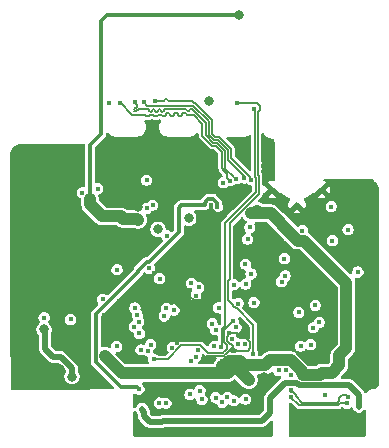
<source format=gbr>
%TF.GenerationSoftware,KiCad,Pcbnew,9.0.2*%
%TF.CreationDate,2025-07-04T12:48:37+02:00*%
%TF.ProjectId,MicroMod_Processor_Board,4d696372-6f4d-46f6-945f-50726f636573,rev?*%
%TF.SameCoordinates,Original*%
%TF.FileFunction,Copper,L3,Inr*%
%TF.FilePolarity,Positive*%
%FSLAX46Y46*%
G04 Gerber Fmt 4.6, Leading zero omitted, Abs format (unit mm)*
G04 Created by KiCad (PCBNEW 9.0.2) date 2025-07-04 12:48:37*
%MOMM*%
%LPD*%
G01*
G04 APERTURE LIST*
%TA.AperFunction,ComponentPad*%
%ADD10C,0.454000*%
%TD*%
%TA.AperFunction,ViaPad*%
%ADD11C,0.450000*%
%TD*%
%TA.AperFunction,ViaPad*%
%ADD12C,0.400000*%
%TD*%
%TA.AperFunction,ViaPad*%
%ADD13C,0.800000*%
%TD*%
%TA.AperFunction,Conductor*%
%ADD14C,1.000000*%
%TD*%
%TA.AperFunction,Conductor*%
%ADD15C,0.127000*%
%TD*%
%TA.AperFunction,Conductor*%
%ADD16C,0.350000*%
%TD*%
%TA.AperFunction,Conductor*%
%ADD17C,0.250000*%
%TD*%
%TA.AperFunction,Conductor*%
%ADD18C,0.500000*%
%TD*%
G04 APERTURE END LIST*
D10*
%TO.N,GND*%
%TO.C,J1*%
X150397600Y-93375000D03*
X152497600Y-94675000D03*
X154597600Y-93375000D03*
%TD*%
D11*
%TO.N,/PWM0*%
X147087942Y-104524079D03*
X140350000Y-107750000D03*
%TO.N,/SD_DAT0*%
X140118000Y-106500000D03*
D12*
%TO.N,GND*%
X152050000Y-105200000D03*
D13*
%TO.N,+3.3V*%
X148537184Y-95335000D03*
D11*
%TO.N,/VBAT*%
X139115800Y-110261400D03*
X145753815Y-94842889D03*
%TO.N,GND*%
X138275000Y-89275000D03*
X139982448Y-105317552D03*
X143425000Y-101900000D03*
X145923000Y-104470200D03*
X147590000Y-100550000D03*
X140868400Y-95529400D03*
D12*
X145197500Y-94697500D03*
D13*
X130100000Y-98400000D03*
D11*
X142341600Y-106328672D03*
D13*
X133325000Y-90325000D03*
D11*
X130420000Y-108380000D03*
X152030000Y-109100000D03*
X144576800Y-99720400D03*
X138950000Y-113300000D03*
X140610000Y-92100000D03*
D13*
X130300000Y-100275000D03*
D11*
X132475000Y-96950000D03*
X157937200Y-106121200D03*
D13*
X132401000Y-95990500D03*
D11*
X149360000Y-111280000D03*
D13*
X135000000Y-109125000D03*
D11*
X149625000Y-91350000D03*
X150266400Y-89585800D03*
X159025000Y-99375000D03*
D13*
X133300000Y-91475000D03*
D11*
X140425000Y-100475000D03*
X158875000Y-108000000D03*
D13*
X129275000Y-95600000D03*
D11*
X133292869Y-106998564D03*
X139014200Y-89204800D03*
X143687800Y-99720400D03*
X136930000Y-97700000D03*
X157962600Y-101142800D03*
X147650000Y-89400000D03*
D13*
X139000078Y-94832600D03*
D11*
X142240000Y-102819200D03*
X139220000Y-111160000D03*
D13*
X130800000Y-91578400D03*
D11*
X158700000Y-97800000D03*
X148375000Y-89375000D03*
X132450000Y-97900000D03*
X144925000Y-90200000D03*
X150200000Y-90225000D03*
D13*
X145671116Y-101603884D03*
D11*
X141808200Y-94970600D03*
X136350000Y-98870000D03*
X131800000Y-97400000D03*
D13*
X129768600Y-93243400D03*
D11*
X158800000Y-102275000D03*
X153593800Y-103962200D03*
D13*
X130780018Y-101618973D03*
D11*
X137236200Y-89255600D03*
D13*
X129850000Y-96600000D03*
D11*
X139954000Y-97358200D03*
D13*
X129100000Y-91250000D03*
D11*
X150291800Y-109448600D03*
X132546612Y-98551329D03*
X136144000Y-101400000D03*
X130370000Y-106440000D03*
D13*
X145500000Y-97000000D03*
D11*
X146775000Y-105486200D03*
X129760000Y-106190000D03*
X131900000Y-98225000D03*
X144522242Y-107714842D03*
X158800000Y-103300000D03*
X136525000Y-90975000D03*
X158075000Y-112450000D03*
X140700000Y-101600000D03*
X137425000Y-104975000D03*
D13*
X149733000Y-109250000D03*
D11*
X140512800Y-91516200D03*
D13*
X132423378Y-108544500D03*
X153845499Y-95919230D03*
X132850000Y-92925000D03*
D11*
X148800000Y-103750000D03*
X136360000Y-99730000D03*
D13*
X130425000Y-95550000D03*
D11*
X158075000Y-112950000D03*
X147777200Y-105867200D03*
X148425000Y-90175000D03*
X158800000Y-101175000D03*
X155400000Y-98575000D03*
X155346400Y-96850200D03*
X136170000Y-96950000D03*
X137414000Y-102844600D03*
D13*
X136375000Y-105600000D03*
X141920000Y-99880000D03*
D11*
X136175000Y-103975000D03*
%TO.N,/~{RESET}*%
X148500000Y-96580000D03*
D13*
%TO.N,+3.3V*%
X139051695Y-95928337D03*
X156088100Y-107510000D03*
X138155002Y-95859600D03*
X143336234Y-95805166D03*
X136220000Y-107460000D03*
X133450000Y-109209500D03*
X156680000Y-102890000D03*
X131073637Y-105224644D03*
X147600000Y-78600000D03*
X134980000Y-94210000D03*
D11*
X148417400Y-109499400D03*
X146175000Y-107850000D03*
X147650000Y-107850000D03*
D13*
X140721500Y-96738466D03*
D11*
%TO.N,Net-(C10-Pad1)*%
X152958800Y-96850200D03*
%TO.N,Net-(F1-Pad2)*%
X157734000Y-111760000D03*
X139380000Y-111940000D03*
%TO.N,/A0*%
X151579084Y-108685013D03*
%TO.N,/AUD_BCLK*%
X145600000Y-105250000D03*
%TO.N,/SPI_COPI1*%
X139150000Y-105550000D03*
%TO.N,/UART_CTS1*%
X153650000Y-106500000D03*
X145862500Y-103387500D03*
X137260000Y-100170000D03*
X137236200Y-106654600D03*
D13*
%TO.N,/G11-SWO*%
X145034000Y-85852000D03*
D11*
%TO.N,/G2*%
X146597346Y-110949912D03*
%TO.N,/SWDIO*%
X148869400Y-86537800D03*
X146064127Y-106701694D03*
%TO.N,/I2C_~{INT}*%
X151200000Y-101175000D03*
%TO.N,/AUD_IN-CAM_PCLK*%
X142080000Y-103581200D03*
%TO.N,/AUD_MCLK*%
X141250000Y-104075000D03*
%TO.N,/SPI_SCK1*%
X139100000Y-104550000D03*
%TO.N,/SWDCK*%
X147396200Y-86080600D03*
X148750000Y-107275000D03*
%TO.N,/CAN-RX*%
X148068418Y-106449297D03*
X148150000Y-111120000D03*
%TO.N,/D0*%
X148325000Y-97575000D03*
%TO.N,/~{BOOT}*%
X156825000Y-96775000D03*
%TO.N,/~{SPI_CS1}*%
X136036007Y-102664327D03*
%TO.N,/SPI_MISO*%
X141404896Y-111461056D03*
X140275000Y-94691200D03*
%TO.N,/USB_D-*%
X151964862Y-110933928D03*
X156747600Y-111472600D03*
%TO.N,/I2C_SDA1*%
X144190000Y-101660000D03*
X144450000Y-111140000D03*
%TO.N,/I2C_SCL*%
X151500000Y-100675000D03*
%TO.N,/CAN-TX*%
X146990978Y-106045489D03*
X147140000Y-111260000D03*
%TO.N,/I2C_SDA*%
X151433576Y-99216424D03*
%TO.N,/SPI_CIPO1*%
X138731892Y-104991729D03*
%TO.N,/UART_RTS1*%
X140000000Y-100050000D03*
X138780000Y-103400000D03*
X143550000Y-101300000D03*
X154381200Y-104622600D03*
%TO.N,/UART_RX2*%
X144154870Y-106987112D03*
%TO.N,/A1*%
X150940000Y-108680000D03*
%TO.N,/UART_RX1*%
X138970000Y-103980000D03*
X147525000Y-103025000D03*
X152806400Y-106629200D03*
X140875000Y-100924745D03*
%TO.N,/BATT_VIN*%
X141478000Y-97282000D03*
X145620000Y-111000000D03*
%TO.N,/G3*%
X146150000Y-111390000D03*
%TO.N,/SPI_MOSI*%
X140830000Y-111450000D03*
X139769251Y-94964779D03*
%TO.N,/D1-CAM_TRIG*%
X148850000Y-102950000D03*
%TO.N,/UART_TX2*%
X145493216Y-106633222D03*
%TO.N,/G1*%
X147494052Y-106422252D03*
%TO.N,/AUD_OUT-CAM_MCLK*%
X141427200Y-103428800D03*
%TO.N,/USB_D+*%
X152000000Y-110360000D03*
X156845577Y-110906006D03*
%TO.N,/G0*%
X147330461Y-105045436D03*
%TO.N,/SPI_SCK*%
X141950000Y-106750000D03*
X143430000Y-110720000D03*
%TO.N,/AUD_LRCLK*%
X145338800Y-104724200D03*
%TO.N,/UART_TX1*%
X153873200Y-105079800D03*
X139870828Y-107019163D03*
%TO.N,/I2C_SCL1*%
X143925000Y-102350000D03*
X144280000Y-110400000D03*
%TO.N,/SD_CLK*%
X147130000Y-101430000D03*
%TO.N,/SD_DAT1*%
X139300000Y-106950000D03*
%TO.N,/SD_DAT3*%
X148137000Y-99695000D03*
%TO.N,/SD_CMD*%
X148150000Y-101380000D03*
%TO.N,/SD_DAT2*%
X148610000Y-100520000D03*
%TO.N,/BT_HOST_WAKE*%
X131080000Y-104220000D03*
X135636000Y-93294200D03*
%TO.N,/BT_REG_ON*%
X133330000Y-104370000D03*
X134325000Y-93650000D03*
%TO.N,/WIFI_SDIO_DAT1*%
X152654000Y-103784400D03*
X143951634Y-107525000D03*
%TO.N,/WIFI_SDIO_DAT0*%
X154035200Y-103174800D03*
X143487134Y-107922573D03*
%TO.N,/WL_GPIO_0_HOST_WAKE*%
X155500000Y-97700000D03*
X157657800Y-100355400D03*
%TO.N,/TRACE_CLK*%
X148625000Y-92550000D03*
X140436600Y-85852000D03*
%TO.N,/TRACE_D3*%
X146276376Y-92789892D03*
X136575800Y-86029800D03*
%TO.N,/TRACE_D2*%
X137490200Y-86029800D03*
X146826172Y-92621509D03*
%TO.N,/TRACE_D1*%
X138760200Y-85979000D03*
X147375000Y-92450000D03*
%TO.N,/TRACE_D0*%
X139522200Y-85953600D03*
X148050000Y-92400000D03*
%TO.N,/BOOT0*%
X155400000Y-94825000D03*
%TO.N,/USB_VIN*%
X139775000Y-92575000D03*
%TO.N,Net-(J1-USB_VIN)*%
X154875000Y-110750000D03*
%TD*%
D14*
%TO.N,+3.3V*%
X153123800Y-97701000D02*
X152556000Y-97701000D01*
X152556000Y-97701000D02*
X152099000Y-97244000D01*
X152099000Y-97244000D02*
X152099000Y-97202496D01*
X152099000Y-97202496D02*
X150283213Y-95386709D01*
X150283213Y-95386709D02*
X148588893Y-95386709D01*
D15*
%TO.N,/PWM0*%
X147087942Y-104524079D02*
X146358478Y-105253544D01*
X146358478Y-105253544D02*
X146358478Y-106308478D01*
X146358478Y-106308478D02*
X146600000Y-106550000D01*
X146600000Y-106550000D02*
X146600000Y-106850001D01*
X146600000Y-106850001D02*
X146363101Y-107086899D01*
X142713580Y-106572612D02*
X141536192Y-107750000D01*
X146363101Y-107086899D02*
X146339601Y-107086899D01*
X144971450Y-107217500D02*
X144326562Y-106572612D01*
X146339601Y-107086899D02*
X146209000Y-107217500D01*
X146209000Y-107217500D02*
X144971450Y-107217500D01*
X144326562Y-106572612D02*
X142713580Y-106572612D01*
X141536192Y-107750000D02*
X140350000Y-107750000D01*
%TO.N,GND*%
X146487298Y-107271001D02*
X146716650Y-107041650D01*
X148314800Y-107010200D02*
X146748100Y-107010200D01*
X146748100Y-107010200D02*
X146716650Y-107041650D01*
X146429899Y-107304899D02*
X146299298Y-107435500D01*
X146299298Y-107435500D02*
X144801584Y-107435500D01*
X144801584Y-107435500D02*
X144522242Y-107714842D01*
X147050000Y-106708299D02*
X147050000Y-106590770D01*
X146716650Y-107041650D02*
X147050000Y-106708299D01*
%TO.N,/SWDIO*%
X147250000Y-95400000D02*
X149039500Y-93610500D01*
X149039500Y-92378308D02*
X148957199Y-92296008D01*
X146380200Y-104898502D02*
X146380200Y-96250000D01*
X146125000Y-106640821D02*
X146125000Y-105153702D01*
X146064127Y-106701694D02*
X146125000Y-106640821D01*
X146125000Y-105153702D02*
X146380200Y-104898502D01*
X146380200Y-96250000D02*
X147230200Y-95400000D01*
X147230200Y-95400000D02*
X147250000Y-95400000D01*
X149039500Y-93610500D02*
X149039500Y-92378308D01*
X148957199Y-92296008D02*
X148957200Y-86625600D01*
X148957200Y-86625600D02*
X148869400Y-86537800D01*
%TO.N,GND*%
X146749788Y-105700488D02*
X146576478Y-105873797D01*
X146819286Y-106459989D02*
X146919219Y-106459989D01*
X146576478Y-105873797D02*
X146576478Y-106217181D01*
X146576478Y-106217181D02*
X146819286Y-106459989D01*
X147050000Y-106590770D02*
X147050000Y-106602500D01*
X146919219Y-106459989D02*
X147050000Y-106590770D01*
X147777200Y-105867200D02*
X147396200Y-105486200D01*
X147396200Y-105486200D02*
X146775000Y-105486200D01*
%TO.N,/SWDCK*%
X148793200Y-107137200D02*
X148793200Y-104818200D01*
X147414500Y-103439500D02*
X147353308Y-103439500D01*
X149210500Y-91178308D02*
X149175199Y-91143007D01*
X149175200Y-86818192D02*
X149334700Y-86658692D01*
X149334700Y-86315308D02*
X149091892Y-86072500D01*
X146660600Y-101120300D02*
X146790500Y-100990400D01*
X146790500Y-100990400D02*
X146790500Y-96250000D01*
X147110500Y-103196692D02*
X147110500Y-103135500D01*
X147353308Y-103439500D02*
X147110500Y-103196692D01*
X147110500Y-103135500D02*
X146660600Y-102685600D01*
X146660600Y-102685600D02*
X146660600Y-101120300D01*
X149257500Y-92232301D02*
X149175199Y-92150000D01*
X146790500Y-96250000D02*
X146800000Y-96250000D01*
X146800000Y-96250000D02*
X149257500Y-93792500D01*
X148793200Y-104818200D02*
X147414500Y-103439500D01*
X149257500Y-93792500D02*
X149257500Y-92232301D01*
X149334700Y-86658692D02*
X149334700Y-86315308D01*
X149091892Y-86072500D02*
X147353500Y-86072500D01*
X149175199Y-92150000D02*
X149175199Y-91556993D01*
X149175199Y-91556993D02*
X149210500Y-91521692D01*
X149210500Y-91521692D02*
X149210500Y-91178308D01*
X149175199Y-91143007D02*
X149175200Y-86818192D01*
X147353500Y-86072500D02*
X147345400Y-86080600D01*
%TO.N,GND*%
X147777200Y-105867200D02*
X148109392Y-105867200D01*
X148109392Y-105867200D02*
X148492500Y-106250308D01*
X148492500Y-106250308D02*
X148492500Y-106832500D01*
X148492500Y-106832500D02*
X148314800Y-107010200D01*
D14*
%TO.N,+3.3V*%
X156680000Y-102890000D02*
X156680000Y-106800000D01*
X156080000Y-107400000D02*
X156080000Y-108270000D01*
X152881000Y-108747504D02*
X151962496Y-107829000D01*
X156680000Y-106800000D02*
X156080000Y-107400000D01*
X148050000Y-108250000D02*
X147650000Y-107850000D01*
X151962496Y-107829000D02*
X150211000Y-107829000D01*
X156080000Y-108270000D02*
X155450000Y-108900000D01*
X155450000Y-108900000D02*
X154578696Y-108900000D01*
X149790000Y-108250000D02*
X148050000Y-108250000D01*
X152881000Y-108929789D02*
X152881000Y-108747504D01*
X154578696Y-108900000D02*
X154413896Y-109064800D01*
X154413896Y-109064800D02*
X153016011Y-109064800D01*
X153016011Y-109064800D02*
X152881000Y-108929789D01*
X150211000Y-107829000D02*
X149790000Y-108250000D01*
X147624501Y-107925501D02*
X146615102Y-108934900D01*
X146615102Y-108934900D02*
X137694900Y-108934900D01*
X137694900Y-108934900D02*
X136220000Y-107460000D01*
X153123800Y-97701000D02*
X156680000Y-101257200D01*
X148950000Y-95350000D02*
X149130000Y-95170000D01*
X152597504Y-97701000D02*
X153123800Y-97701000D01*
X156680000Y-101257200D02*
X156680000Y-102890000D01*
D16*
%TO.N,/VBAT*%
X142500000Y-94900000D02*
X142500000Y-97003877D01*
X139072106Y-100234017D02*
X139072106Y-100372106D01*
X137615248Y-110115248D02*
X138969648Y-110115248D01*
X144671500Y-94700000D02*
X142700000Y-94700000D01*
X135454000Y-103952123D02*
X135454000Y-107954000D01*
X144671500Y-94479623D02*
X144671500Y-94700000D01*
X144979623Y-94171500D02*
X144875561Y-94275561D01*
X139782123Y-99524000D02*
X139072106Y-100234017D01*
X145753815Y-94842889D02*
X145749000Y-94838074D01*
X142500000Y-97003877D02*
X139979877Y-99524000D01*
X144875561Y-94275561D02*
X144671500Y-94479623D01*
X136253884Y-103190327D02*
X136215796Y-103190327D01*
X142700000Y-94700000D02*
X142500000Y-94900000D01*
X136215796Y-103190327D02*
X135454000Y-103952123D01*
X145749000Y-94838074D02*
X145749000Y-94505123D01*
X145415377Y-94171500D02*
X144979623Y-94171500D01*
X145749000Y-94505123D02*
X145415377Y-94171500D01*
X135454000Y-107954000D02*
X137615248Y-110115248D01*
X139072106Y-100372106D02*
X136253884Y-103190327D01*
X139979877Y-99524000D02*
X139782123Y-99524000D01*
X138969648Y-110115248D02*
X139115800Y-110261400D01*
D17*
%TO.N,GND*%
X143159200Y-101900000D02*
X142240000Y-102819200D01*
D15*
X147430941Y-93630941D02*
X147200000Y-93400000D01*
D17*
X142240000Y-102819200D02*
X141919200Y-102819200D01*
D16*
X145197500Y-95030451D02*
X145767049Y-95600000D01*
D15*
X144355004Y-100971804D02*
X144871508Y-101488308D01*
X141910000Y-93400000D02*
X140610000Y-92100000D01*
X146400000Y-95600000D02*
X146400000Y-95061192D01*
X143687800Y-99720400D02*
X143687800Y-100685600D01*
D16*
X146400000Y-95600000D02*
X145500000Y-96500000D01*
D17*
X143425000Y-101900000D02*
X143159200Y-101900000D01*
D16*
X145767049Y-95600000D02*
X146400000Y-95600000D01*
D15*
X143974004Y-100971804D02*
X144355004Y-100971804D01*
D17*
X141919200Y-102819200D02*
X140700000Y-101600000D01*
D16*
X145197500Y-94697500D02*
X145197500Y-95030451D01*
D15*
X143753308Y-102764500D02*
X144510500Y-102764500D01*
X145555540Y-101488308D02*
X145671116Y-101603884D01*
X143425000Y-101900000D02*
X143425000Y-102436192D01*
X143425000Y-102436192D02*
X143753308Y-102764500D01*
D16*
X145500000Y-96500000D02*
X145500000Y-97000000D01*
D15*
X144871508Y-101488308D02*
X145555540Y-101488308D01*
X143687800Y-100685600D02*
X143974004Y-100971804D01*
X147200000Y-93400000D02*
X141910000Y-93400000D01*
X144510500Y-102764500D02*
X145671116Y-101603884D01*
X146400000Y-95061192D02*
X147430941Y-94030251D01*
X147430941Y-94030251D02*
X147430941Y-93630941D01*
D16*
%TO.N,+3.3V*%
X135900000Y-79100000D02*
X136400000Y-78600000D01*
D18*
X133450000Y-109209500D02*
X133450000Y-108500000D01*
X132480000Y-107530000D02*
X131812400Y-107530000D01*
X133450000Y-108500000D02*
X132480000Y-107530000D01*
D16*
X147600000Y-78400000D02*
X147600000Y-78600000D01*
X136400000Y-78600000D02*
X147600000Y-78600000D01*
D14*
X138982958Y-95859600D02*
X137790802Y-95859600D01*
D16*
X134980000Y-94210000D02*
X134980000Y-89620000D01*
D18*
X131812400Y-107530000D02*
X131165600Y-106883200D01*
D14*
X147624501Y-107925501D02*
X147810000Y-108111000D01*
X139051695Y-95928337D02*
X138982958Y-95859600D01*
X146456400Y-108204000D02*
X146278600Y-108204000D01*
X146734899Y-107925501D02*
X146456400Y-108204000D01*
X146278600Y-108204000D02*
X146151600Y-108331000D01*
X134980000Y-94619400D02*
X134980000Y-94210000D01*
D18*
X131165600Y-105316607D02*
X131073637Y-105224644D01*
D14*
X147810000Y-108111000D02*
X147810000Y-108892000D01*
X137790802Y-95859600D02*
X137587602Y-95656400D01*
X147810000Y-108892000D02*
X147828000Y-108910000D01*
D16*
X134980000Y-89620000D02*
X135900000Y-88700000D01*
D14*
X147343000Y-108425000D02*
X147828000Y-108910000D01*
X137587602Y-95656400D02*
X136017000Y-95656400D01*
D18*
X131165600Y-106883200D02*
X131165600Y-105316607D01*
D16*
X135900000Y-88700000D02*
X135900000Y-79100000D01*
D14*
X148417400Y-109499400D02*
X147828000Y-108910000D01*
X136017000Y-95656400D02*
X134980000Y-94619400D01*
X147624501Y-107925501D02*
X146734899Y-107925501D01*
D18*
%TO.N,Net-(F1-Pad2)*%
X149534876Y-112963500D02*
X141157500Y-112963500D01*
X156895800Y-109905800D02*
X153236941Y-109905800D01*
X153236941Y-109905800D02*
X153201242Y-109941499D01*
X141071000Y-113050000D02*
X140050000Y-113050000D01*
X139380000Y-111940000D02*
X139380000Y-112040000D01*
X153201242Y-109941499D02*
X152703356Y-109941499D01*
X152489857Y-109728000D02*
X151490624Y-109728000D01*
X141157500Y-112963500D02*
X141071000Y-113050000D01*
X139527971Y-112527971D02*
X139539000Y-112516943D01*
X150175000Y-111043624D02*
X150175000Y-112323376D01*
X139527971Y-112187971D02*
X139527971Y-112527971D01*
X151490624Y-109728000D02*
X150175000Y-111043624D01*
X157734000Y-111760000D02*
X157734000Y-110744000D01*
X139380000Y-112040000D02*
X139527971Y-112187971D01*
X152703356Y-109941499D02*
X152489857Y-109728000D01*
X157734000Y-110744000D02*
X156895800Y-109905800D01*
X140050000Y-113050000D02*
X139527971Y-112527971D01*
X150175000Y-112323376D02*
X149534876Y-112963500D01*
D15*
%TO.N,/USB_D-*%
X152658443Y-111625000D02*
X151944240Y-110910797D01*
X156747600Y-111472600D02*
X156152400Y-111472600D01*
X156152400Y-111472600D02*
X156000000Y-111625000D01*
X156000000Y-111625000D02*
X152658443Y-111625000D01*
%TO.N,/USB_D+*%
X156845577Y-110906006D02*
X156719956Y-110780385D01*
X152023028Y-110519428D02*
X151892000Y-110388400D01*
X152910600Y-111407000D02*
X152379362Y-110875762D01*
X152136554Y-110519428D02*
X152023028Y-110519428D01*
X152379362Y-110875762D02*
X152379362Y-110762236D01*
X156075342Y-111023193D02*
X156075342Y-111241360D01*
X156075342Y-111241360D02*
X155909702Y-111407000D01*
X156719956Y-110780385D02*
X156318150Y-110780385D01*
X156318150Y-110780385D02*
X156075342Y-111023193D01*
X152379362Y-110762236D02*
X152136554Y-110519428D01*
X155909702Y-111407000D02*
X152910600Y-111407000D01*
%TO.N,/TRACE_CLK*%
X145933074Y-88937000D02*
X146939000Y-89942926D01*
X141324083Y-85748000D02*
X141527083Y-85748000D01*
X148525000Y-92275000D02*
X148525000Y-92450000D01*
X148525000Y-92450000D02*
X148625000Y-92550000D01*
X143582274Y-85875000D02*
X143782274Y-86075000D01*
X146939000Y-89942926D02*
X146939000Y-90689000D01*
X141857083Y-85875000D02*
X141900000Y-85875000D01*
X145262600Y-88662600D02*
X145537000Y-88937000D01*
X146939000Y-90689000D02*
X148525000Y-92275000D01*
X145262600Y-87503000D02*
X145262600Y-88662600D01*
X143834600Y-86075000D02*
X145262600Y-87503000D01*
X141654083Y-85875000D02*
X141857083Y-85875000D01*
X145537000Y-88937000D02*
X145933074Y-88937000D01*
X140459600Y-85875000D02*
X141197083Y-85875000D01*
X141900000Y-85875000D02*
X143582274Y-85875000D01*
X140436600Y-85852000D02*
X140459600Y-85875000D01*
X143782274Y-86075000D02*
X143834600Y-86075000D01*
X141527083Y-85748000D02*
G75*
G02*
X141590600Y-85811500I17J-63500D01*
G01*
X141260583Y-85811500D02*
G75*
G02*
X141324083Y-85747983I63517J0D01*
G01*
X141197083Y-85875000D02*
G75*
G03*
X141260600Y-85811500I17J63500D01*
G01*
X141590583Y-85811500D02*
G75*
G03*
X141654083Y-85875017I63517J0D01*
G01*
%TO.N,/TRACE_D2*%
X142068500Y-87025000D02*
X142068500Y-86961500D01*
X141728500Y-87025000D02*
X141728500Y-87088500D01*
X143702728Y-87025000D02*
X143763864Y-87086136D01*
X138525000Y-87025000D02*
X139625000Y-87025000D01*
X146158576Y-91583576D02*
X146211001Y-91636001D01*
X141388500Y-87025000D02*
X141388500Y-86961500D01*
X140092000Y-87025000D02*
X140305000Y-87025000D01*
X146587498Y-92087620D02*
X146587498Y-92382835D01*
X145631527Y-89664999D02*
X146158576Y-90192048D01*
X142132000Y-86898000D02*
X142345000Y-86898000D01*
X140432000Y-87152000D02*
X140645000Y-87152000D01*
X142408500Y-87025000D02*
X142408500Y-87088500D01*
X146587498Y-92382835D02*
X146826172Y-92621509D01*
X141112000Y-87152000D02*
X141325000Y-87152000D01*
X142748500Y-87025000D02*
X142748500Y-86961500D01*
X141792000Y-87152000D02*
X142005000Y-87152000D01*
X141388500Y-87088500D02*
X141388500Y-87025000D01*
X146158576Y-90192048D02*
X146158576Y-91583576D01*
X143763864Y-87086136D02*
X144495000Y-87817272D01*
X142472000Y-87152000D02*
X142685000Y-87152000D01*
X143152000Y-87025000D02*
X143365000Y-87025000D01*
X142408500Y-86961500D02*
X142408500Y-87025000D01*
X141452000Y-86898000D02*
X141665000Y-86898000D01*
X141728500Y-86961500D02*
X141728500Y-87025000D01*
X144495000Y-88020000D02*
X144497601Y-88022601D01*
X142812000Y-86898000D02*
X143025000Y-86898000D01*
X144497601Y-88822601D02*
X145339999Y-89664999D01*
X143365000Y-87025000D02*
X143702728Y-87025000D01*
X140772000Y-87025000D02*
X140985000Y-87025000D01*
X146211001Y-91711123D02*
X146587498Y-92087620D01*
X144497601Y-88022601D02*
X144497601Y-88822601D01*
X139752000Y-87152000D02*
X139965000Y-87152000D01*
X142748500Y-87088500D02*
X142748500Y-87025000D01*
X144495000Y-87817272D02*
X144495000Y-88020000D01*
X142068500Y-87088500D02*
X142068500Y-87025000D01*
X137500000Y-86000000D02*
X138525000Y-87025000D01*
X145339999Y-89664999D02*
X145631527Y-89664999D01*
X146211001Y-91636001D02*
X146211001Y-91711123D01*
X140305000Y-87025000D02*
G75*
G02*
X140368500Y-87088500I0J-63500D01*
G01*
X140028500Y-87088500D02*
G75*
G02*
X140092000Y-87025000I63500J0D01*
G01*
X140708500Y-87088500D02*
G75*
G02*
X140772000Y-87025000I63500J0D01*
G01*
X139965000Y-87152000D02*
G75*
G03*
X140028500Y-87088500I0J63500D01*
G01*
X142345000Y-86898000D02*
G75*
G02*
X142408500Y-86961500I0J-63500D01*
G01*
X142748500Y-86961500D02*
G75*
G02*
X142812000Y-86898000I63500J0D01*
G01*
X141665000Y-86898000D02*
G75*
G02*
X141728500Y-86961500I0J-63500D01*
G01*
X139688500Y-87088500D02*
G75*
G03*
X139752000Y-87152000I63500J0D01*
G01*
X141728500Y-87088500D02*
G75*
G03*
X141792000Y-87152000I63500J0D01*
G01*
X139625000Y-87025000D02*
G75*
G02*
X139688500Y-87088500I0J-63500D01*
G01*
X141048500Y-87088500D02*
G75*
G03*
X141112000Y-87152000I63500J0D01*
G01*
X140985000Y-87025000D02*
G75*
G02*
X141048500Y-87088500I0J-63500D01*
G01*
X141388500Y-86961500D02*
G75*
G02*
X141452000Y-86898000I63500J0D01*
G01*
X142408500Y-87088500D02*
G75*
G03*
X142472000Y-87152000I63500J0D01*
G01*
X142068500Y-86961500D02*
G75*
G02*
X142132000Y-86898000I63500J0D01*
G01*
X141325000Y-87152000D02*
G75*
G03*
X141388500Y-87088500I0J63500D01*
G01*
X140368500Y-87088500D02*
G75*
G03*
X140432000Y-87152000I63500J0D01*
G01*
X142005000Y-87152000D02*
G75*
G03*
X142068500Y-87088500I0J63500D01*
G01*
X140645000Y-87152000D02*
G75*
G03*
X140708500Y-87088500I0J63500D01*
G01*
X142685000Y-87152000D02*
G75*
G03*
X142748500Y-87088500I0J63500D01*
G01*
X143088500Y-86961500D02*
G75*
G03*
X143152000Y-87025000I63500J0D01*
G01*
X143025000Y-86898000D02*
G75*
G02*
X143088500Y-86961500I0J-63500D01*
G01*
%TO.N,/TRACE_D1*%
X143505000Y-86575000D02*
X143565000Y-86575000D01*
X138892434Y-86150000D02*
X138892434Y-86111234D01*
X142795000Y-86575000D02*
X143085000Y-86575000D01*
X146429001Y-91429001D02*
X146429001Y-91620825D01*
X144752601Y-87714249D02*
X144752601Y-88769303D01*
X141345000Y-86575000D02*
X142795000Y-86575000D01*
X140241000Y-86709000D02*
X140241000Y-86671000D01*
X140817000Y-86575000D02*
X140865000Y-86575000D01*
X141057000Y-86805000D02*
X141105000Y-86805000D01*
X139267968Y-86517968D02*
X139301911Y-86551911D01*
X143613352Y-86575000D02*
X143881676Y-86843324D01*
X145737151Y-89409999D02*
X146413576Y-90086424D01*
X138893202Y-86756971D02*
X139132204Y-86517968D01*
X143265000Y-86755000D02*
X143325000Y-86755000D01*
X140481000Y-86671000D02*
X140481000Y-86709000D01*
X143881676Y-86843324D02*
X144752601Y-87714249D01*
X138723497Y-86723030D02*
X138757438Y-86756971D01*
X141201000Y-86709000D02*
X141201000Y-86671000D01*
X146413576Y-91413576D02*
X146429001Y-91429001D01*
X138962500Y-86348264D02*
X138723497Y-86587266D01*
X139301911Y-86551911D02*
X139325000Y-86575000D01*
X140577000Y-86805000D02*
X140625000Y-86805000D01*
X144752601Y-88769303D02*
X145393297Y-89409999D01*
X138750000Y-86000000D02*
X138962500Y-86212500D01*
X140721000Y-86709000D02*
X140721000Y-86671000D01*
X146429001Y-91620825D02*
X147154088Y-92345912D01*
X140097000Y-86805000D02*
X140145000Y-86805000D01*
X141297000Y-86575000D02*
X141345000Y-86575000D01*
X146413576Y-90086424D02*
X146413576Y-91413576D01*
X138892434Y-86111234D02*
X138760200Y-85979000D01*
X143565000Y-86575000D02*
X143613352Y-86575000D01*
X139615000Y-86575000D02*
X139905000Y-86575000D01*
X140001000Y-86671000D02*
X140001000Y-86709000D01*
X145393297Y-89409999D02*
X145737151Y-89409999D01*
X140337000Y-86575000D02*
X140385000Y-86575000D01*
X139325000Y-86575000D02*
X139615000Y-86575000D01*
X140961000Y-86671000D02*
X140961000Y-86709000D01*
X143415000Y-86665000D02*
G75*
G02*
X143505000Y-86575000I90000J0D01*
G01*
X143175000Y-86665000D02*
G75*
G03*
X143265000Y-86755000I90000J0D01*
G01*
X141201000Y-86671000D02*
G75*
G02*
X141297000Y-86575000I96000J0D01*
G01*
X140385000Y-86575000D02*
G75*
G02*
X140481000Y-86671000I0J-96000D01*
G01*
X140721000Y-86671000D02*
G75*
G02*
X140817000Y-86575000I96000J0D01*
G01*
X141105000Y-86805000D02*
G75*
G03*
X141201000Y-86709000I0J96000D01*
G01*
X138757438Y-86756971D02*
G75*
G03*
X138893202Y-86756971I67882J67881D01*
G01*
X140001000Y-86709000D02*
G75*
G03*
X140097000Y-86805000I96000J0D01*
G01*
X140865000Y-86575000D02*
G75*
G02*
X140961000Y-86671000I0J-96000D01*
G01*
X138723497Y-86587266D02*
G75*
G03*
X138723545Y-86722982I67903J-67834D01*
G01*
X140625000Y-86805000D02*
G75*
G03*
X140721000Y-86709000I0J96000D01*
G01*
X140961000Y-86709000D02*
G75*
G03*
X141057000Y-86805000I96000J0D01*
G01*
X143085000Y-86575000D02*
G75*
G02*
X143175000Y-86665000I0J-90000D01*
G01*
X139132204Y-86517968D02*
G75*
G02*
X139267968Y-86517968I67882J-67881D01*
G01*
X140241000Y-86671000D02*
G75*
G02*
X140337000Y-86575000I96000J0D01*
G01*
X138962500Y-86212500D02*
G75*
G02*
X138962518Y-86348282I-67900J-67900D01*
G01*
X140145000Y-86805000D02*
G75*
G03*
X140241000Y-86709000I0J96000D01*
G01*
X139905000Y-86575000D02*
G75*
G02*
X140001000Y-86671000I0J-96000D01*
G01*
X140481000Y-86709000D02*
G75*
G03*
X140577000Y-86805000I96000J0D01*
G01*
X143325000Y-86755000D02*
G75*
G03*
X143415000Y-86665000I0J90000D01*
G01*
%TO.N,/TRACE_D0*%
X148050000Y-92200000D02*
X146684000Y-90834000D01*
X145842776Y-89155000D02*
X145446596Y-89155000D01*
X143665476Y-86266500D02*
X139809700Y-86266500D01*
X145446596Y-89155000D02*
X145007601Y-88716005D01*
X145007601Y-88716005D02*
X145007601Y-87608625D01*
X145007601Y-87608625D02*
X143665476Y-86266500D01*
X139809700Y-86266500D02*
X139522200Y-85979000D01*
X146684000Y-89996224D02*
X145842776Y-89155000D01*
X146684000Y-90834000D02*
X146684000Y-89996224D01*
X148050000Y-92400000D02*
X148050000Y-92200000D01*
%TD*%
%TA.AperFunction,Conductor*%
%TO.N,GND*%
G36*
X138856803Y-112103517D02*
G01*
X138894577Y-112162295D01*
X138895364Y-112165097D01*
X138903974Y-112197230D01*
X138913608Y-112233187D01*
X138946554Y-112290250D01*
X138979500Y-112347314D01*
X138979502Y-112347316D01*
X138991152Y-112358966D01*
X139005855Y-112385893D01*
X139022448Y-112411712D01*
X139023339Y-112417912D01*
X139024637Y-112420289D01*
X139027471Y-112446647D01*
X139027471Y-112527953D01*
X139027468Y-112593844D01*
X139027470Y-112593861D01*
X139042379Y-112649500D01*
X139042380Y-112649505D01*
X139061571Y-112721142D01*
X139061597Y-112721203D01*
X139061982Y-112721856D01*
X139071696Y-112738681D01*
X139092144Y-112774098D01*
X139092146Y-112774104D01*
X139092148Y-112774104D01*
X139127457Y-112835268D01*
X139127471Y-112835286D01*
X139174047Y-112881861D01*
X139174052Y-112881866D01*
X139226728Y-112934547D01*
X139226766Y-112934580D01*
X139649500Y-113357314D01*
X139742686Y-113450500D01*
X139742687Y-113450501D01*
X139742689Y-113450502D01*
X139766068Y-113464000D01*
X139766071Y-113464001D01*
X139856808Y-113516389D01*
X139856809Y-113516389D01*
X139856814Y-113516392D01*
X139984107Y-113550500D01*
X139984108Y-113550500D01*
X139984109Y-113550500D01*
X141136890Y-113550500D01*
X141136892Y-113550500D01*
X141264186Y-113516392D01*
X141326157Y-113480612D01*
X141388157Y-113464000D01*
X149600766Y-113464000D01*
X149600768Y-113464000D01*
X149728062Y-113429892D01*
X149842190Y-113364000D01*
X150238919Y-112967271D01*
X150300242Y-112933786D01*
X150369934Y-112938770D01*
X150425867Y-112980642D01*
X150450284Y-113046106D01*
X150450600Y-113054952D01*
X150450600Y-114166117D01*
X150430915Y-114233156D01*
X150378111Y-114278911D01*
X150326600Y-114290117D01*
X138775600Y-114290117D01*
X138708561Y-114270432D01*
X138662806Y-114217628D01*
X138651600Y-114166117D01*
X138651600Y-112197230D01*
X138671285Y-112130191D01*
X138724089Y-112084436D01*
X138793247Y-112074492D01*
X138856803Y-112103517D01*
G37*
%TD.AperFunction*%
%TA.AperFunction,Conductor*%
G36*
X152014485Y-111429113D02*
G01*
X152035127Y-111445747D01*
X152465643Y-111876263D01*
X152533943Y-111915695D01*
X152537244Y-111917601D01*
X152617104Y-111939000D01*
X152617106Y-111939000D01*
X156041337Y-111939000D01*
X156041339Y-111939000D01*
X156104323Y-111922123D01*
X156121200Y-111917601D01*
X156192800Y-111876263D01*
X156254876Y-111814186D01*
X156265154Y-111807351D01*
X156287204Y-111800497D01*
X156307467Y-111789434D01*
X156330918Y-111786912D01*
X156331876Y-111786615D01*
X156332382Y-111786755D01*
X156333825Y-111786600D01*
X156337779Y-111786600D01*
X156404818Y-111806285D01*
X156425460Y-111822919D01*
X156455636Y-111853095D01*
X156564064Y-111915695D01*
X156684999Y-111948100D01*
X156685001Y-111948100D01*
X156810199Y-111948100D01*
X156810201Y-111948100D01*
X156931136Y-111915695D01*
X157039564Y-111853095D01*
X157046397Y-111846261D01*
X157107715Y-111812777D01*
X157177407Y-111817759D01*
X157233342Y-111859628D01*
X157253851Y-111901846D01*
X157257731Y-111916324D01*
X157267608Y-111953187D01*
X157279687Y-111974108D01*
X157333500Y-112067314D01*
X157426686Y-112160500D01*
X157540814Y-112226392D01*
X157668108Y-112260500D01*
X157668110Y-112260500D01*
X157799890Y-112260500D01*
X157799892Y-112260500D01*
X157927186Y-112226392D01*
X158041314Y-112160500D01*
X158134500Y-112067314D01*
X158134500Y-112067313D01*
X158138919Y-112062895D01*
X158200242Y-112029410D01*
X158269934Y-112034394D01*
X158325867Y-112076266D01*
X158350284Y-112141730D01*
X158350600Y-112150576D01*
X158350600Y-114166117D01*
X158330915Y-114233156D01*
X158278111Y-114278911D01*
X158226600Y-114290117D01*
X151925600Y-114290117D01*
X151858561Y-114270432D01*
X151812806Y-114217628D01*
X151801600Y-114166117D01*
X151801600Y-111533428D01*
X151804150Y-111524742D01*
X151802862Y-111515781D01*
X151813840Y-111491740D01*
X151821285Y-111466389D01*
X151828125Y-111460461D01*
X151831887Y-111452225D01*
X151854121Y-111437935D01*
X151874089Y-111420634D01*
X151884603Y-111418346D01*
X151890665Y-111414451D01*
X151925600Y-111409428D01*
X151947446Y-111409428D01*
X152014485Y-111429113D01*
G37*
%TD.AperFunction*%
%TA.AperFunction,Conductor*%
G36*
X150393912Y-108780618D02*
G01*
X150421300Y-108782577D01*
X150427683Y-108787355D01*
X150435505Y-108788916D01*
X150455254Y-108807993D01*
X150477235Y-108824448D01*
X150481610Y-108833454D01*
X150485757Y-108837460D01*
X150487831Y-108846259D01*
X150492781Y-108856449D01*
X150493796Y-108856029D01*
X150496905Y-108863536D01*
X150559505Y-108971964D01*
X150648036Y-109060495D01*
X150756464Y-109123095D01*
X150877399Y-109155500D01*
X150877401Y-109155500D01*
X151002600Y-109155500D01*
X151002601Y-109155500D01*
X151037405Y-109146174D01*
X151040457Y-109146246D01*
X151043140Y-109144782D01*
X151075158Y-109147071D01*
X151107253Y-109147835D01*
X151109784Y-109149548D01*
X151112832Y-109149766D01*
X151138536Y-109169007D01*
X151165116Y-109186997D01*
X151166318Y-109189804D01*
X151168766Y-109191637D01*
X151179985Y-109221718D01*
X151192622Y-109251224D01*
X151192115Y-109254238D01*
X151193183Y-109257101D01*
X151186360Y-109288466D01*
X151181037Y-109320127D01*
X151178785Y-109323288D01*
X151178332Y-109325374D01*
X151157181Y-109353629D01*
X151090124Y-109420686D01*
X151090123Y-109420686D01*
X151090122Y-109420687D01*
X151090122Y-109420688D01*
X149850245Y-110660564D01*
X149850244Y-110660564D01*
X149850245Y-110660565D01*
X149774500Y-110736310D01*
X149708608Y-110850436D01*
X149674500Y-110977732D01*
X149674500Y-112064700D01*
X149654815Y-112131739D01*
X149638181Y-112152381D01*
X149363881Y-112426681D01*
X149302558Y-112460166D01*
X149276200Y-112463000D01*
X141091607Y-112463000D01*
X140971113Y-112495286D01*
X140964315Y-112497107D01*
X140964314Y-112497108D01*
X140902342Y-112532887D01*
X140840343Y-112549500D01*
X140308676Y-112549500D01*
X140279235Y-112540855D01*
X140249249Y-112534332D01*
X140244233Y-112530577D01*
X140241637Y-112529815D01*
X140220995Y-112513181D01*
X140064790Y-112356976D01*
X140031305Y-112295653D01*
X140028471Y-112269295D01*
X140028471Y-112122081D01*
X140028471Y-112122079D01*
X139994363Y-111994785D01*
X139928471Y-111880657D01*
X139888832Y-111841018D01*
X139856738Y-111785430D01*
X139846392Y-111746814D01*
X139780500Y-111632686D01*
X139687314Y-111539500D01*
X139595788Y-111486657D01*
X139595787Y-111486656D01*
X139573188Y-111473609D01*
X139573187Y-111473608D01*
X139573186Y-111473608D01*
X139445892Y-111439500D01*
X139314108Y-111439500D01*
X139186812Y-111473608D01*
X139072686Y-111539500D01*
X139072683Y-111539502D01*
X138979502Y-111632683D01*
X138979500Y-111632686D01*
X138913608Y-111746812D01*
X138903974Y-111782769D01*
X138895934Y-111812777D01*
X138895375Y-111814862D01*
X138859010Y-111874523D01*
X138796163Y-111905052D01*
X138726787Y-111896757D01*
X138672910Y-111852272D01*
X138651635Y-111785720D01*
X138651600Y-111782769D01*
X138651600Y-111387399D01*
X140354500Y-111387399D01*
X140354500Y-111512601D01*
X140386905Y-111633536D01*
X140449505Y-111741964D01*
X140538036Y-111830495D01*
X140646464Y-111893095D01*
X140767399Y-111925500D01*
X140767401Y-111925500D01*
X140892599Y-111925500D01*
X140892601Y-111925500D01*
X141013536Y-111893095D01*
X141045870Y-111874426D01*
X141113769Y-111857952D01*
X141169870Y-111874423D01*
X141221360Y-111904151D01*
X141342295Y-111936556D01*
X141342297Y-111936556D01*
X141467495Y-111936556D01*
X141467497Y-111936556D01*
X141588432Y-111904151D01*
X141696860Y-111841551D01*
X141785391Y-111753020D01*
X141847991Y-111644592D01*
X141880396Y-111523657D01*
X141880396Y-111398455D01*
X141847991Y-111277520D01*
X141785391Y-111169092D01*
X141696860Y-111080561D01*
X141588432Y-111017961D01*
X141588433Y-111017961D01*
X141546611Y-111006755D01*
X141467497Y-110985556D01*
X141342295Y-110985556D01*
X141302766Y-110996148D01*
X141221358Y-111017961D01*
X141221357Y-111017962D01*
X141189019Y-111036632D01*
X141121119Y-111053102D01*
X141065023Y-111036630D01*
X141013542Y-111006908D01*
X141013537Y-111006905D01*
X140949342Y-110989704D01*
X140892601Y-110974500D01*
X140767399Y-110974500D01*
X140710658Y-110989704D01*
X140646463Y-111006905D01*
X140538037Y-111069504D01*
X140538034Y-111069506D01*
X140449506Y-111158034D01*
X140449504Y-111158037D01*
X140386905Y-111266463D01*
X140380849Y-111289064D01*
X140354500Y-111387399D01*
X138651600Y-111387399D01*
X138651600Y-110888974D01*
X138652262Y-110888007D01*
X138651600Y-110864548D01*
X138651600Y-110850599D01*
X138651600Y-110844456D01*
X138650858Y-110837876D01*
X138649837Y-110801446D01*
X138644751Y-110780413D01*
X138648127Y-110710626D01*
X138688697Y-110653742D01*
X138753581Y-110627822D01*
X138822178Y-110641095D01*
X138827274Y-110643880D01*
X138932264Y-110704495D01*
X139053199Y-110736900D01*
X139053201Y-110736900D01*
X139178399Y-110736900D01*
X139178401Y-110736900D01*
X139299336Y-110704495D01*
X139380910Y-110657399D01*
X142954500Y-110657399D01*
X142954500Y-110782601D01*
X142986905Y-110903536D01*
X143049505Y-111011964D01*
X143138036Y-111100495D01*
X143246464Y-111163095D01*
X143367399Y-111195500D01*
X143367401Y-111195500D01*
X143492599Y-111195500D01*
X143492601Y-111195500D01*
X143613536Y-111163095D01*
X143721964Y-111100495D01*
X143762819Y-111059640D01*
X143824142Y-111026155D01*
X143893834Y-111031139D01*
X143949767Y-111073011D01*
X143974184Y-111138475D01*
X143974500Y-111147321D01*
X143974500Y-111202601D01*
X144006905Y-111323536D01*
X144069505Y-111431964D01*
X144158036Y-111520495D01*
X144266464Y-111583095D01*
X144387399Y-111615500D01*
X144387401Y-111615500D01*
X144512599Y-111615500D01*
X144512601Y-111615500D01*
X144633536Y-111583095D01*
X144741964Y-111520495D01*
X144830495Y-111431964D01*
X144893095Y-111323536D01*
X144925500Y-111202601D01*
X144925500Y-111077399D01*
X144893095Y-110956464D01*
X144882088Y-110937399D01*
X145144500Y-110937399D01*
X145144500Y-111062601D01*
X145176905Y-111183536D01*
X145239505Y-111291964D01*
X145328036Y-111380495D01*
X145436464Y-111443095D01*
X145557399Y-111475500D01*
X145585488Y-111475500D01*
X145652527Y-111495185D01*
X145698282Y-111547989D01*
X145705260Y-111567400D01*
X145706905Y-111573536D01*
X145769505Y-111681964D01*
X145858036Y-111770495D01*
X145966464Y-111833095D01*
X146087399Y-111865500D01*
X146087401Y-111865500D01*
X146212599Y-111865500D01*
X146212601Y-111865500D01*
X146333536Y-111833095D01*
X146441964Y-111770495D01*
X146530495Y-111681964D01*
X146581101Y-111594309D01*
X146631666Y-111546094D01*
X146700273Y-111532870D01*
X146765138Y-111558837D01*
X146776169Y-111568628D01*
X146848036Y-111640495D01*
X146956464Y-111703095D01*
X147077399Y-111735500D01*
X147077401Y-111735500D01*
X147202599Y-111735500D01*
X147202601Y-111735500D01*
X147323536Y-111703095D01*
X147431964Y-111640495D01*
X147520495Y-111551964D01*
X147582082Y-111445289D01*
X147632648Y-111397075D01*
X147701255Y-111383851D01*
X147766120Y-111409819D01*
X147777150Y-111419609D01*
X147858036Y-111500495D01*
X147966464Y-111563095D01*
X148087399Y-111595500D01*
X148087401Y-111595500D01*
X148212599Y-111595500D01*
X148212601Y-111595500D01*
X148333536Y-111563095D01*
X148441964Y-111500495D01*
X148530495Y-111411964D01*
X148593095Y-111303536D01*
X148625500Y-111182601D01*
X148625500Y-111057399D01*
X148593095Y-110936464D01*
X148530495Y-110828036D01*
X148441964Y-110739505D01*
X148333536Y-110676905D01*
X148333537Y-110676905D01*
X148293224Y-110666103D01*
X148212601Y-110644500D01*
X148087399Y-110644500D01*
X148006775Y-110666103D01*
X147966463Y-110676905D01*
X147858037Y-110739504D01*
X147858034Y-110739506D01*
X147769506Y-110828034D01*
X147769502Y-110828039D01*
X147707917Y-110934709D01*
X147657350Y-110982925D01*
X147588743Y-110996148D01*
X147523878Y-110970180D01*
X147512849Y-110960390D01*
X147431965Y-110879506D01*
X147431964Y-110879505D01*
X147323536Y-110816905D01*
X147323537Y-110816905D01*
X147283224Y-110806103D01*
X147202601Y-110784500D01*
X147122496Y-110784500D01*
X147055457Y-110764815D01*
X147015108Y-110722498D01*
X147009392Y-110712598D01*
X146979352Y-110660565D01*
X146977843Y-110657951D01*
X146977839Y-110657946D01*
X146889311Y-110569418D01*
X146889310Y-110569417D01*
X146780882Y-110506817D01*
X146780883Y-110506817D01*
X146740570Y-110496015D01*
X146659947Y-110474412D01*
X146534745Y-110474412D01*
X146454121Y-110496015D01*
X146413809Y-110506817D01*
X146305383Y-110569416D01*
X146305380Y-110569418D01*
X146216850Y-110657948D01*
X146200125Y-110686918D01*
X146149557Y-110735133D01*
X146080950Y-110748355D01*
X146016086Y-110722387D01*
X146005057Y-110712598D01*
X145911965Y-110619506D01*
X145911964Y-110619505D01*
X145803536Y-110556905D01*
X145803537Y-110556905D01*
X145727250Y-110536464D01*
X145682601Y-110524500D01*
X145557399Y-110524500D01*
X145512750Y-110536464D01*
X145436463Y-110556905D01*
X145328037Y-110619504D01*
X145328034Y-110619506D01*
X145239506Y-110708034D01*
X145239504Y-110708037D01*
X145176905Y-110816463D01*
X145167758Y-110850599D01*
X145144500Y-110937399D01*
X144882088Y-110937399D01*
X144830495Y-110848036D01*
X144741964Y-110759505D01*
X144736217Y-110753758D01*
X144737821Y-110752153D01*
X144703548Y-110705206D01*
X144699401Y-110635459D01*
X144712853Y-110601274D01*
X144723095Y-110583536D01*
X144755500Y-110462601D01*
X144755500Y-110337399D01*
X144723095Y-110216464D01*
X144660495Y-110108036D01*
X144571964Y-110019505D01*
X144463536Y-109956905D01*
X144463537Y-109956905D01*
X144430726Y-109948113D01*
X144342601Y-109924500D01*
X144217399Y-109924500D01*
X144129273Y-109948113D01*
X144096463Y-109956905D01*
X143988037Y-110019504D01*
X143988034Y-110019506D01*
X143899506Y-110108034D01*
X143899504Y-110108037D01*
X143836905Y-110216463D01*
X143836902Y-110216471D01*
X143834777Y-110224402D01*
X143798410Y-110284061D01*
X143735562Y-110314588D01*
X143666187Y-110306290D01*
X143653005Y-110299692D01*
X143613536Y-110276905D01*
X143613537Y-110276905D01*
X143573224Y-110266103D01*
X143492601Y-110244500D01*
X143367399Y-110244500D01*
X143286775Y-110266103D01*
X143246463Y-110276905D01*
X143138037Y-110339504D01*
X143138034Y-110339506D01*
X143049506Y-110428034D01*
X143049504Y-110428037D01*
X142986905Y-110536463D01*
X142978233Y-110568828D01*
X142954500Y-110657399D01*
X139380910Y-110657399D01*
X139407764Y-110641895D01*
X139496295Y-110553364D01*
X139558895Y-110444936D01*
X139591300Y-110324001D01*
X139591300Y-110198799D01*
X139558895Y-110077864D01*
X139496295Y-109969436D01*
X139423940Y-109897081D01*
X139390455Y-109835758D01*
X139395439Y-109766066D01*
X139437311Y-109710133D01*
X139502775Y-109685716D01*
X139511621Y-109685400D01*
X146689022Y-109685400D01*
X146786564Y-109665996D01*
X146834015Y-109656558D01*
X146970597Y-109599984D01*
X147034802Y-109557084D01*
X147093518Y-109517852D01*
X147146319Y-109465051D01*
X147207642Y-109431565D01*
X147277334Y-109436549D01*
X147321682Y-109465050D01*
X147938980Y-110082348D01*
X147938984Y-110082351D01*
X148061898Y-110164480D01*
X148061911Y-110164487D01*
X148187396Y-110216464D01*
X148198487Y-110221058D01*
X148343477Y-110249898D01*
X148343481Y-110249899D01*
X148343482Y-110249899D01*
X148491318Y-110249899D01*
X148491319Y-110249898D01*
X148636312Y-110221058D01*
X148772894Y-110164484D01*
X148895815Y-110082351D01*
X149000351Y-109977815D01*
X149082484Y-109854894D01*
X149139058Y-109718312D01*
X149167899Y-109573317D01*
X149167899Y-109425482D01*
X149139058Y-109280487D01*
X149136193Y-109273571D01*
X149094102Y-109171952D01*
X149086633Y-109102483D01*
X149117908Y-109040004D01*
X149177997Y-109004352D01*
X149208663Y-109000500D01*
X149863920Y-109000500D01*
X149982173Y-108976977D01*
X150008913Y-108971658D01*
X150145495Y-108915084D01*
X150215140Y-108868549D01*
X150268416Y-108832952D01*
X150295803Y-108805564D01*
X150301953Y-108800793D01*
X150327508Y-108790754D01*
X150351609Y-108777594D01*
X150359562Y-108778162D01*
X150366985Y-108775247D01*
X150393912Y-108780618D01*
G37*
%TD.AperFunction*%
%TA.AperFunction,Conductor*%
G36*
X149633625Y-88558883D02*
G01*
X149636666Y-88558593D01*
X149665196Y-88573301D01*
X149694402Y-88586639D01*
X149696872Y-88589631D01*
X149698769Y-88590609D01*
X149720586Y-88618352D01*
X149737919Y-88648374D01*
X149743722Y-88658424D01*
X149743724Y-88658427D01*
X149870310Y-88809289D01*
X149979351Y-88900784D01*
X150016235Y-88931733D01*
X150021172Y-88935875D01*
X150021175Y-88935878D01*
X150125770Y-88996266D01*
X150191726Y-89034346D01*
X150376787Y-89101702D01*
X150491784Y-89121979D01*
X150521232Y-89136573D01*
X150551173Y-89150138D01*
X150552386Y-89152013D01*
X150554387Y-89153005D01*
X150571272Y-89181207D01*
X150589124Y-89208803D01*
X150589556Y-89211746D01*
X150590278Y-89212952D01*
X150594251Y-89243722D01*
X150594722Y-89400419D01*
X150594230Y-89406347D01*
X150594761Y-89425674D01*
X150594807Y-89428694D01*
X150594866Y-89447994D01*
X150595536Y-89453889D01*
X150674897Y-92341086D01*
X150675600Y-92366659D01*
X150675600Y-92496179D01*
X150680217Y-92528293D01*
X150680420Y-92535389D01*
X150673268Y-92562597D01*
X150669264Y-92590443D01*
X150664505Y-92595934D01*
X150662658Y-92602963D01*
X150641931Y-92621985D01*
X150623508Y-92643246D01*
X150616534Y-92645293D01*
X150611181Y-92650207D01*
X150583460Y-92655004D01*
X150556469Y-92662929D01*
X150544487Y-92661748D01*
X150542335Y-92662121D01*
X150540531Y-92661358D01*
X150532280Y-92660546D01*
X150469207Y-92648000D01*
X150325992Y-92648000D01*
X150185549Y-92675935D01*
X150185549Y-92675936D01*
X150068178Y-92724551D01*
X150558113Y-93214487D01*
X151048047Y-93704421D01*
X151059541Y-93702135D01*
X151081676Y-93674666D01*
X151147970Y-93652599D01*
X151215669Y-93669876D01*
X151233602Y-93682807D01*
X151404324Y-93830738D01*
X151577394Y-93941964D01*
X151623996Y-93971913D01*
X151850826Y-94075502D01*
X151903630Y-94121257D01*
X151923315Y-94188297D01*
X151903631Y-94255336D01*
X151902417Y-94257187D01*
X151853341Y-94330633D01*
X151798538Y-94462941D01*
X151798536Y-94462949D01*
X151770600Y-94603392D01*
X151770600Y-94746607D01*
X151798535Y-94887050D01*
X151798538Y-94887059D01*
X151847150Y-95004420D01*
X152249405Y-94602167D01*
X152310728Y-94568682D01*
X152380420Y-94573666D01*
X152424767Y-94602167D01*
X152426889Y-94604289D01*
X152412824Y-94618355D01*
X152397600Y-94655109D01*
X152397600Y-94694891D01*
X152412824Y-94731645D01*
X152440955Y-94759776D01*
X152477709Y-94775000D01*
X152517491Y-94775000D01*
X152554245Y-94759776D01*
X152582376Y-94731645D01*
X152597600Y-94694891D01*
X152597600Y-94655109D01*
X152582376Y-94618355D01*
X152568310Y-94604289D01*
X152570432Y-94602168D01*
X152631755Y-94568683D01*
X152701447Y-94573667D01*
X152745794Y-94602168D01*
X153148047Y-95004421D01*
X153196661Y-94887058D01*
X153196663Y-94887050D01*
X153221458Y-94762399D01*
X154924500Y-94762399D01*
X154924500Y-94887601D01*
X154956905Y-95008536D01*
X155019505Y-95116964D01*
X155108036Y-95205495D01*
X155216464Y-95268095D01*
X155337399Y-95300500D01*
X155337401Y-95300500D01*
X155462599Y-95300500D01*
X155462601Y-95300500D01*
X155583536Y-95268095D01*
X155691964Y-95205495D01*
X155780495Y-95116964D01*
X155843095Y-95008536D01*
X155875500Y-94887601D01*
X155875500Y-94762399D01*
X155843095Y-94641464D01*
X155780495Y-94533036D01*
X155691964Y-94444505D01*
X155583536Y-94381905D01*
X155583537Y-94381905D01*
X155543224Y-94371103D01*
X155462601Y-94349500D01*
X155337399Y-94349500D01*
X155256775Y-94371103D01*
X155216463Y-94381905D01*
X155108037Y-94444504D01*
X155108034Y-94444506D01*
X155019506Y-94533034D01*
X155019504Y-94533037D01*
X154956905Y-94641463D01*
X154943010Y-94693320D01*
X154924500Y-94762399D01*
X153221458Y-94762399D01*
X153224599Y-94746607D01*
X153224600Y-94746603D01*
X153224600Y-94603396D01*
X153224599Y-94603392D01*
X153196663Y-94462949D01*
X153196661Y-94462941D01*
X153141859Y-94330636D01*
X153094419Y-94259637D01*
X153073541Y-94192959D01*
X153092026Y-94125579D01*
X153144004Y-94078889D01*
X153145913Y-94077996D01*
X153260980Y-94025447D01*
X154268177Y-94025447D01*
X154385541Y-94074061D01*
X154385549Y-94074063D01*
X154525992Y-94101999D01*
X154525996Y-94102000D01*
X154669204Y-94102000D01*
X154669207Y-94101999D01*
X154809650Y-94074063D01*
X154809658Y-94074061D01*
X154927021Y-94025447D01*
X154597601Y-93696026D01*
X154597600Y-93696026D01*
X154268177Y-94025447D01*
X153260980Y-94025447D01*
X153378204Y-93971913D01*
X153597876Y-93830738D01*
X153763447Y-93687269D01*
X153827001Y-93658246D01*
X153896159Y-93668190D01*
X153935238Y-93702052D01*
X153947150Y-93704421D01*
X154296464Y-93355109D01*
X154497600Y-93355109D01*
X154497600Y-93394891D01*
X154512824Y-93431645D01*
X154540955Y-93459776D01*
X154577709Y-93475000D01*
X154617491Y-93475000D01*
X154654245Y-93459776D01*
X154682376Y-93431645D01*
X154697600Y-93394891D01*
X154697600Y-93374999D01*
X154918626Y-93374999D01*
X154918626Y-93375000D01*
X155248047Y-93704421D01*
X155296661Y-93587058D01*
X155296663Y-93587050D01*
X155324599Y-93446607D01*
X155324600Y-93446604D01*
X155324600Y-93303396D01*
X155324599Y-93303392D01*
X155296663Y-93162949D01*
X155296661Y-93162941D01*
X155248047Y-93045577D01*
X154918626Y-93374999D01*
X154697600Y-93374999D01*
X154697600Y-93355109D01*
X154682376Y-93318355D01*
X154654245Y-93290224D01*
X154617491Y-93275000D01*
X154577709Y-93275000D01*
X154540955Y-93290224D01*
X154512824Y-93318355D01*
X154497600Y-93355109D01*
X154296464Y-93355109D01*
X154415617Y-93235957D01*
X154437087Y-93214487D01*
X154927021Y-92724550D01*
X154818687Y-92679678D01*
X154764283Y-92635837D01*
X154742218Y-92569543D01*
X154759497Y-92501844D01*
X154810634Y-92454233D01*
X154866139Y-92441117D01*
X158492027Y-92441117D01*
X158506811Y-92442001D01*
X158666652Y-92461197D01*
X158689667Y-92466214D01*
X158833965Y-92512400D01*
X158838974Y-92514003D01*
X158860624Y-92523281D01*
X158998200Y-92598443D01*
X159017703Y-92611647D01*
X159127221Y-92702088D01*
X159138583Y-92711470D01*
X159155240Y-92728128D01*
X159255060Y-92849009D01*
X159268265Y-92868513D01*
X159343427Y-93006094D01*
X159352701Y-93027735D01*
X159362267Y-93057620D01*
X159400489Y-93177045D01*
X159405506Y-93200061D01*
X159424716Y-93360052D01*
X159425600Y-93374834D01*
X159425600Y-109755244D01*
X159424451Y-109772087D01*
X159411557Y-109866136D01*
X159405076Y-109892120D01*
X159373948Y-109976702D01*
X159362039Y-110000687D01*
X159313481Y-110076608D01*
X159296700Y-110097479D01*
X159232967Y-110161210D01*
X159212096Y-110177990D01*
X159136172Y-110226547D01*
X159112186Y-110238455D01*
X159027606Y-110269579D01*
X159001620Y-110276060D01*
X158905454Y-110289240D01*
X158892092Y-110290339D01*
X158864231Y-110291119D01*
X158854360Y-110293187D01*
X158833681Y-110294657D01*
X158713985Y-110329282D01*
X158713982Y-110329283D01*
X158650145Y-110363611D01*
X158604236Y-110388299D01*
X158604234Y-110388300D01*
X158604233Y-110388301D01*
X158509346Y-110469069D01*
X158433560Y-110567981D01*
X158433556Y-110567989D01*
X158432072Y-110571125D01*
X158430708Y-110572655D01*
X158430136Y-110573594D01*
X158429965Y-110573489D01*
X158385599Y-110623298D01*
X158318296Y-110642063D01*
X158251532Y-110621463D01*
X158206504Y-110568038D01*
X158200749Y-110551677D01*
X158200392Y-110550814D01*
X158192106Y-110536463D01*
X158134500Y-110436686D01*
X158041314Y-110343500D01*
X157203114Y-109505300D01*
X157133399Y-109465050D01*
X157088987Y-109439408D01*
X157019114Y-109420686D01*
X156961692Y-109405300D01*
X156961691Y-109405300D01*
X156305430Y-109405300D01*
X156238391Y-109385615D01*
X156192636Y-109332811D01*
X156182692Y-109263653D01*
X156211717Y-109200097D01*
X156217749Y-109193619D01*
X156662949Y-108748418D01*
X156662948Y-108748418D01*
X156662952Y-108748415D01*
X156704326Y-108686494D01*
X156745084Y-108625495D01*
X156772422Y-108559495D01*
X156801659Y-108488912D01*
X156830500Y-108343917D01*
X156830500Y-108196082D01*
X156830500Y-107762229D01*
X156850185Y-107695190D01*
X156866819Y-107674548D01*
X157063483Y-107477884D01*
X157262951Y-107278416D01*
X157271864Y-107265076D01*
X157345084Y-107155495D01*
X157401658Y-107018913D01*
X157416049Y-106946565D01*
X157430500Y-106873920D01*
X157430500Y-101183279D01*
X157401659Y-101038292D01*
X157401658Y-101038291D01*
X157401658Y-101038287D01*
X157388897Y-101007479D01*
X157377093Y-100978980D01*
X157369624Y-100909511D01*
X157400900Y-100847032D01*
X157460989Y-100811380D01*
X157523746Y-100811753D01*
X157595199Y-100830900D01*
X157595200Y-100830900D01*
X157720399Y-100830900D01*
X157720401Y-100830900D01*
X157841336Y-100798495D01*
X157949764Y-100735895D01*
X158038295Y-100647364D01*
X158100895Y-100538936D01*
X158133300Y-100418001D01*
X158133300Y-100292799D01*
X158100895Y-100171864D01*
X158038295Y-100063436D01*
X157949764Y-99974905D01*
X157841336Y-99912305D01*
X157841337Y-99912305D01*
X157771275Y-99893532D01*
X157720401Y-99879900D01*
X157595199Y-99879900D01*
X157544325Y-99893532D01*
X157474263Y-99912305D01*
X157365837Y-99974904D01*
X157365834Y-99974906D01*
X157277306Y-100063434D01*
X157277304Y-100063437D01*
X157214705Y-100171863D01*
X157213061Y-100177999D01*
X157192132Y-100256108D01*
X157182300Y-100292800D01*
X157182300Y-100398770D01*
X157162615Y-100465809D01*
X157109811Y-100511564D01*
X157040653Y-100521508D01*
X156977097Y-100492483D01*
X156970619Y-100486451D01*
X154201121Y-97716952D01*
X154121568Y-97637399D01*
X155024500Y-97637399D01*
X155024500Y-97762601D01*
X155056905Y-97883536D01*
X155119505Y-97991964D01*
X155208036Y-98080495D01*
X155316464Y-98143095D01*
X155437399Y-98175500D01*
X155437401Y-98175500D01*
X155562599Y-98175500D01*
X155562601Y-98175500D01*
X155683536Y-98143095D01*
X155791964Y-98080495D01*
X155880495Y-97991964D01*
X155943095Y-97883536D01*
X155975500Y-97762601D01*
X155975500Y-97637399D01*
X155943095Y-97516464D01*
X155880495Y-97408036D01*
X155791964Y-97319505D01*
X155683536Y-97256905D01*
X155683537Y-97256905D01*
X155634412Y-97243742D01*
X155562601Y-97224500D01*
X155437399Y-97224500D01*
X155365588Y-97243742D01*
X155316463Y-97256905D01*
X155208037Y-97319504D01*
X155208034Y-97319506D01*
X155119506Y-97408034D01*
X155119504Y-97408037D01*
X155056905Y-97516463D01*
X155056905Y-97516464D01*
X155024500Y-97637399D01*
X154121568Y-97637399D01*
X153602221Y-97118052D01*
X153602214Y-97118046D01*
X153525861Y-97067029D01*
X153525762Y-97066964D01*
X153487033Y-97041086D01*
X153442229Y-96987475D01*
X153433872Y-96920941D01*
X153433239Y-96920858D01*
X153433557Y-96918435D01*
X153433522Y-96918150D01*
X153433711Y-96917266D01*
X153434300Y-96912800D01*
X153434300Y-96787600D01*
X153427852Y-96763536D01*
X153414150Y-96712399D01*
X156349500Y-96712399D01*
X156349500Y-96837601D01*
X156381905Y-96958536D01*
X156444505Y-97066964D01*
X156533036Y-97155495D01*
X156641464Y-97218095D01*
X156762399Y-97250500D01*
X156762401Y-97250500D01*
X156887599Y-97250500D01*
X156887601Y-97250500D01*
X157008536Y-97218095D01*
X157116964Y-97155495D01*
X157205495Y-97066964D01*
X157268095Y-96958536D01*
X157300500Y-96837601D01*
X157300500Y-96712399D01*
X157268095Y-96591464D01*
X157205495Y-96483036D01*
X157116964Y-96394505D01*
X157008536Y-96331905D01*
X157008537Y-96331905D01*
X156968224Y-96321103D01*
X156887601Y-96299500D01*
X156762399Y-96299500D01*
X156681775Y-96321103D01*
X156641463Y-96331905D01*
X156533037Y-96394504D01*
X156533034Y-96394506D01*
X156444506Y-96483034D01*
X156444504Y-96483037D01*
X156381905Y-96591463D01*
X156376911Y-96610100D01*
X156349500Y-96712399D01*
X153414150Y-96712399D01*
X153401895Y-96666664D01*
X153339295Y-96558236D01*
X153250764Y-96469705D01*
X153142336Y-96407105D01*
X153142337Y-96407105D01*
X153095309Y-96394504D01*
X153021401Y-96374700D01*
X152896199Y-96374700D01*
X152822291Y-96394504D01*
X152775263Y-96407105D01*
X152666837Y-96469704D01*
X152666834Y-96469706D01*
X152634886Y-96501654D01*
X152573562Y-96535139D01*
X152503871Y-96530153D01*
X152459525Y-96501653D01*
X151330187Y-95372314D01*
X151283320Y-95325447D01*
X152168177Y-95325447D01*
X152285541Y-95374061D01*
X152285549Y-95374063D01*
X152425992Y-95401999D01*
X152425996Y-95402000D01*
X152569204Y-95402000D01*
X152569207Y-95401999D01*
X152709650Y-95374063D01*
X152709658Y-95374061D01*
X152827021Y-95325447D01*
X152497601Y-94996026D01*
X152497600Y-94996026D01*
X152168177Y-95325447D01*
X151283320Y-95325447D01*
X150761633Y-94803760D01*
X150727933Y-94781243D01*
X150672085Y-94743927D01*
X150638708Y-94721625D01*
X150638706Y-94721624D01*
X150638703Y-94721622D01*
X150502130Y-94665052D01*
X150502120Y-94665049D01*
X150357133Y-94636209D01*
X150357131Y-94636209D01*
X149708938Y-94636209D01*
X149641899Y-94616524D01*
X149621257Y-94599890D01*
X149608418Y-94587051D01*
X149608414Y-94587048D01*
X149485500Y-94504919D01*
X149485487Y-94504912D01*
X149348916Y-94448343D01*
X149348906Y-94448340D01*
X149323552Y-94443297D01*
X149261641Y-94410912D01*
X149227067Y-94350196D01*
X149230808Y-94280426D01*
X149260061Y-94234001D01*
X149468616Y-94025447D01*
X150068177Y-94025447D01*
X150185541Y-94074061D01*
X150185549Y-94074063D01*
X150325992Y-94101999D01*
X150325996Y-94102000D01*
X150469204Y-94102000D01*
X150469207Y-94101999D01*
X150609650Y-94074063D01*
X150609658Y-94074061D01*
X150727021Y-94025447D01*
X150397601Y-93696026D01*
X150397600Y-93696026D01*
X150068177Y-94025447D01*
X149468616Y-94025447D01*
X149508763Y-93985300D01*
X149550101Y-93913699D01*
X149559383Y-93879058D01*
X149571500Y-93833839D01*
X149571500Y-93820576D01*
X149591185Y-93753537D01*
X149643989Y-93707782D01*
X149713147Y-93697838D01*
X149719692Y-93698959D01*
X149747151Y-93704421D01*
X150076573Y-93375000D01*
X150056682Y-93355109D01*
X150297600Y-93355109D01*
X150297600Y-93394891D01*
X150312824Y-93431645D01*
X150340955Y-93459776D01*
X150377709Y-93475000D01*
X150417491Y-93475000D01*
X150454245Y-93459776D01*
X150482376Y-93431645D01*
X150497600Y-93394891D01*
X150497600Y-93355109D01*
X150482376Y-93318355D01*
X150454245Y-93290224D01*
X150417491Y-93275000D01*
X150377709Y-93275000D01*
X150340955Y-93290224D01*
X150312824Y-93318355D01*
X150297600Y-93355109D01*
X150056682Y-93355109D01*
X149747150Y-93045577D01*
X149719691Y-93051039D01*
X149650099Y-93044812D01*
X149594922Y-93001948D01*
X149571678Y-92936058D01*
X149571500Y-92929422D01*
X149571500Y-92190963D01*
X149571500Y-92190962D01*
X149550101Y-92111102D01*
X149550101Y-92111101D01*
X149508762Y-92039500D01*
X149508079Y-92038817D01*
X149503708Y-92030594D01*
X149500106Y-92013098D01*
X149489199Y-91972390D01*
X149489199Y-91700196D01*
X149502289Y-91651349D01*
X149499992Y-91650398D01*
X149503099Y-91642895D01*
X149503098Y-91642895D01*
X149503101Y-91642892D01*
X149512885Y-91606376D01*
X149524500Y-91563031D01*
X149524500Y-91136969D01*
X149503101Y-91057109D01*
X149503101Y-91057108D01*
X149498876Y-91041340D01*
X149500230Y-91040977D01*
X149489199Y-90999803D01*
X149489199Y-88680352D01*
X149490059Y-88677421D01*
X149489339Y-88674452D01*
X149499843Y-88644099D01*
X149508884Y-88613313D01*
X149511191Y-88611313D01*
X149512191Y-88608425D01*
X149537440Y-88588568D01*
X149561688Y-88567558D01*
X149564710Y-88567123D01*
X149567113Y-88565234D01*
X149599075Y-88562182D01*
X149630846Y-88557614D01*
X149633625Y-88558883D01*
G37*
%TD.AperFunction*%
%TA.AperFunction,Conductor*%
G36*
X140260503Y-87425385D02*
G01*
X140286287Y-87440272D01*
X140286288Y-87440272D01*
X140286291Y-87440274D01*
X140382301Y-87466000D01*
X140382304Y-87466000D01*
X140694696Y-87466000D01*
X140694699Y-87466000D01*
X140790709Y-87440274D01*
X140800428Y-87434663D01*
X140868328Y-87418188D01*
X140934355Y-87441039D01*
X140977547Y-87495959D01*
X140984191Y-87565512D01*
X140966505Y-87606284D01*
X140967695Y-87606971D01*
X140964446Y-87612597D01*
X140964446Y-87612598D01*
X140957774Y-87624155D01*
X140878997Y-87760600D01*
X140826187Y-87923132D01*
X140826186Y-87923134D01*
X140808322Y-88093100D01*
X140826186Y-88263065D01*
X140826187Y-88263067D01*
X140878997Y-88425599D01*
X140925330Y-88505850D01*
X140960705Y-88567123D01*
X140964445Y-88573600D01*
X140964448Y-88573605D01*
X141078794Y-88700600D01*
X141078801Y-88700606D01*
X141217056Y-88801054D01*
X141217057Y-88801054D01*
X141217061Y-88801057D01*
X141342125Y-88856739D01*
X141373180Y-88870566D01*
X141373185Y-88870568D01*
X141540350Y-88906100D01*
X141540351Y-88906100D01*
X143438448Y-88906100D01*
X143438450Y-88906100D01*
X143605615Y-88870568D01*
X143761739Y-88801057D01*
X143900000Y-88700605D01*
X143967452Y-88625691D01*
X143985192Y-88614762D01*
X143999887Y-88599990D01*
X144014339Y-88596806D01*
X144026937Y-88589045D01*
X144047769Y-88589441D01*
X144068120Y-88584958D01*
X144081998Y-88590092D01*
X144096794Y-88590374D01*
X144114107Y-88601972D01*
X144133649Y-88609202D01*
X144142548Y-88621024D01*
X144154842Y-88629260D01*
X144163135Y-88648374D01*
X144175668Y-88665024D01*
X144179496Y-88686083D01*
X144182652Y-88693357D01*
X144183261Y-88699492D01*
X144183601Y-88704075D01*
X144183601Y-88863940D01*
X144196978Y-88913862D01*
X144199998Y-88925135D01*
X144199999Y-88925139D01*
X144204998Y-88943796D01*
X144205003Y-88943807D01*
X144246333Y-89015394D01*
X144246337Y-89015399D01*
X144246338Y-89015401D01*
X145147199Y-89916262D01*
X145189677Y-89940786D01*
X145218800Y-89957600D01*
X145298660Y-89978999D01*
X145450102Y-89978999D01*
X145517141Y-89998684D01*
X145537783Y-90015318D01*
X145808257Y-90285792D01*
X145841742Y-90347115D01*
X145844576Y-90373473D01*
X145844576Y-91624915D01*
X145852992Y-91656324D01*
X145852993Y-91656327D01*
X145855274Y-91664838D01*
X145865975Y-91704776D01*
X145895589Y-91756071D01*
X145898515Y-91762921D01*
X145898972Y-91766778D01*
X145904251Y-91779523D01*
X145911951Y-91808256D01*
X145911952Y-91808258D01*
X145918400Y-91832323D01*
X145918401Y-91832326D01*
X145959735Y-91903919D01*
X145959739Y-91903924D01*
X146185281Y-92129466D01*
X146218766Y-92190789D01*
X146213782Y-92260481D01*
X146171910Y-92316414D01*
X146129695Y-92336921D01*
X146092844Y-92346795D01*
X146092839Y-92346797D01*
X145984413Y-92409396D01*
X145984410Y-92409398D01*
X145895882Y-92497926D01*
X145895880Y-92497929D01*
X145833281Y-92606355D01*
X145831863Y-92611648D01*
X145800876Y-92727291D01*
X145800876Y-92852493D01*
X145833281Y-92973428D01*
X145895881Y-93081856D01*
X145984412Y-93170387D01*
X146092840Y-93232987D01*
X146213775Y-93265392D01*
X146213777Y-93265392D01*
X146338975Y-93265392D01*
X146338977Y-93265392D01*
X146459912Y-93232987D01*
X146568340Y-93170387D01*
X146616846Y-93121881D01*
X146678169Y-93088396D01*
X146736622Y-93089788D01*
X146745456Y-93092155D01*
X146763571Y-93097009D01*
X146763572Y-93097009D01*
X146888771Y-93097009D01*
X146888773Y-93097009D01*
X147009708Y-93064604D01*
X147118136Y-93002004D01*
X147168903Y-92951236D01*
X147230224Y-92917752D01*
X147288674Y-92919142D01*
X147312399Y-92925500D01*
X147312402Y-92925500D01*
X147437599Y-92925500D01*
X147437601Y-92925500D01*
X147558536Y-92893095D01*
X147666964Y-92830495D01*
X147666970Y-92830488D01*
X147673409Y-92825549D01*
X147674733Y-92827274D01*
X147726023Y-92799260D01*
X147795715Y-92804234D01*
X147814396Y-92813034D01*
X147866464Y-92843095D01*
X147987399Y-92875500D01*
X147987401Y-92875500D01*
X148112599Y-92875500D01*
X148112601Y-92875500D01*
X148173928Y-92859067D01*
X148243777Y-92860730D01*
X148293702Y-92891161D01*
X148333036Y-92930495D01*
X148441464Y-92993095D01*
X148562399Y-93025500D01*
X148562401Y-93025500D01*
X148601500Y-93025500D01*
X148668539Y-93045185D01*
X148714294Y-93097989D01*
X148725500Y-93149500D01*
X148725500Y-93429074D01*
X148705815Y-93496113D01*
X148689181Y-93516755D01*
X147095788Y-95110147D01*
X147070108Y-95129852D01*
X147037406Y-95148732D01*
X147037397Y-95148739D01*
X146128938Y-96057198D01*
X146128932Y-96057206D01*
X146087602Y-96128793D01*
X146087597Y-96128805D01*
X146085986Y-96134814D01*
X146085987Y-96134815D01*
X146066200Y-96208661D01*
X146066200Y-102789181D01*
X146046515Y-102856220D01*
X145993711Y-102901975D01*
X145933229Y-102911038D01*
X145933229Y-102912000D01*
X145926816Y-102912000D01*
X145926015Y-102912120D01*
X145925103Y-102912000D01*
X145925101Y-102912000D01*
X145799899Y-102912000D01*
X145719275Y-102933603D01*
X145678963Y-102944405D01*
X145570537Y-103007004D01*
X145570534Y-103007006D01*
X145482006Y-103095534D01*
X145482004Y-103095537D01*
X145419405Y-103203963D01*
X145403202Y-103264431D01*
X145387000Y-103324899D01*
X145387000Y-103450101D01*
X145419405Y-103571036D01*
X145482005Y-103679464D01*
X145570536Y-103767995D01*
X145678964Y-103830595D01*
X145799899Y-103863000D01*
X145799901Y-103863000D01*
X145925099Y-103863000D01*
X145925101Y-103863000D01*
X145925102Y-103862999D01*
X145926002Y-103862881D01*
X145926766Y-103863000D01*
X145933229Y-103863000D01*
X145933229Y-103864007D01*
X145995038Y-103873639D01*
X146047299Y-103920014D01*
X146066200Y-103985818D01*
X146066200Y-104717077D01*
X146057555Y-104746517D01*
X146051032Y-104776504D01*
X146047277Y-104781519D01*
X146046515Y-104784116D01*
X146029881Y-104804758D01*
X146025981Y-104808658D01*
X145964658Y-104842143D01*
X145894966Y-104837159D01*
X145839033Y-104795287D01*
X145814616Y-104729823D01*
X145814300Y-104720977D01*
X145814300Y-104661600D01*
X145814300Y-104661599D01*
X145781895Y-104540664D01*
X145719295Y-104432236D01*
X145630764Y-104343705D01*
X145522336Y-104281105D01*
X145522337Y-104281105D01*
X145465352Y-104265836D01*
X145401401Y-104248700D01*
X145276199Y-104248700D01*
X145212248Y-104265836D01*
X145155263Y-104281105D01*
X145046837Y-104343704D01*
X145046834Y-104343706D01*
X144958306Y-104432234D01*
X144958304Y-104432237D01*
X144895705Y-104540663D01*
X144893569Y-104548634D01*
X144863300Y-104661599D01*
X144863300Y-104786801D01*
X144895705Y-104907736D01*
X144958305Y-105016164D01*
X145046836Y-105104695D01*
X145046837Y-105104696D01*
X145046839Y-105104697D01*
X145062496Y-105113736D01*
X145110714Y-105164301D01*
X145124500Y-105221125D01*
X145124500Y-105312601D01*
X145156905Y-105433536D01*
X145219505Y-105541964D01*
X145308036Y-105630495D01*
X145416464Y-105693095D01*
X145537399Y-105725500D01*
X145537401Y-105725500D01*
X145662600Y-105725500D01*
X145662601Y-105725500D01*
X145662601Y-105725499D01*
X145670658Y-105724439D01*
X145671126Y-105727999D01*
X145679734Y-105728180D01*
X145704647Y-105724598D01*
X145714068Y-105728900D01*
X145724424Y-105729118D01*
X145745306Y-105743166D01*
X145768203Y-105753623D01*
X145773803Y-105762337D01*
X145782396Y-105768118D01*
X145792368Y-105791225D01*
X145805977Y-105812401D01*
X145808210Y-105827933D01*
X145810081Y-105832268D01*
X145811000Y-105847336D01*
X145811000Y-106064498D01*
X145791315Y-106131537D01*
X145738511Y-106177292D01*
X145669353Y-106187236D01*
X145654907Y-106184273D01*
X145555817Y-106157722D01*
X145430615Y-106157722D01*
X145357580Y-106177292D01*
X145309679Y-106190127D01*
X145201253Y-106252726D01*
X145201250Y-106252728D01*
X145112722Y-106341256D01*
X145112720Y-106341259D01*
X145050121Y-106449685D01*
X145050119Y-106449690D01*
X145020665Y-106559611D01*
X144984300Y-106619271D01*
X144921452Y-106649799D01*
X144852077Y-106641504D01*
X144813210Y-106615197D01*
X144519363Y-106321350D01*
X144519355Y-106321344D01*
X144447768Y-106280013D01*
X144447759Y-106280010D01*
X144425720Y-106274104D01*
X144425720Y-106274105D01*
X144367901Y-106258612D01*
X142672241Y-106258612D01*
X142614422Y-106274105D01*
X142614421Y-106274104D01*
X142592380Y-106280010D01*
X142592373Y-106280013D01*
X142520786Y-106321344D01*
X142520778Y-106321350D01*
X142444973Y-106397154D01*
X142383650Y-106430639D01*
X142313958Y-106425653D01*
X142269612Y-106397153D01*
X142241965Y-106369506D01*
X142241964Y-106369505D01*
X142133536Y-106306905D01*
X142133537Y-106306905D01*
X142093224Y-106296103D01*
X142012601Y-106274500D01*
X141887399Y-106274500D01*
X141806775Y-106296103D01*
X141766463Y-106306905D01*
X141658037Y-106369504D01*
X141658034Y-106369506D01*
X141569506Y-106458034D01*
X141569504Y-106458037D01*
X141506905Y-106566463D01*
X141498814Y-106596659D01*
X141474500Y-106687399D01*
X141474500Y-106812601D01*
X141506905Y-106933536D01*
X141548267Y-107005179D01*
X141569504Y-107041962D01*
X141569506Y-107041965D01*
X141597153Y-107069612D01*
X141601490Y-107077556D01*
X141608739Y-107082982D01*
X141617975Y-107107744D01*
X141630638Y-107130935D01*
X141629992Y-107139963D01*
X141633156Y-107148446D01*
X141627539Y-107174268D01*
X141625654Y-107200627D01*
X141619836Y-107209679D01*
X141618305Y-107216719D01*
X141597154Y-107244974D01*
X141442446Y-107399682D01*
X141381126Y-107433166D01*
X141354767Y-107436000D01*
X140759821Y-107436000D01*
X140692782Y-107416315D01*
X140672140Y-107399681D01*
X140641965Y-107369506D01*
X140641964Y-107369505D01*
X140533536Y-107306905D01*
X140533531Y-107306903D01*
X140422356Y-107277113D01*
X140362696Y-107240748D01*
X140332168Y-107177901D01*
X140330998Y-107145707D01*
X140331976Y-107135324D01*
X140346328Y-107081764D01*
X140346328Y-106982999D01*
X140346875Y-106977194D01*
X140357747Y-106949937D01*
X140366013Y-106921787D01*
X140370793Y-106917228D01*
X140372761Y-106912297D01*
X140385520Y-106903186D01*
X140403779Y-106885776D01*
X140403520Y-106885439D01*
X140406662Y-106883028D01*
X140408328Y-106881438D01*
X140409964Y-106880495D01*
X140498495Y-106791964D01*
X140561095Y-106683536D01*
X140593500Y-106562601D01*
X140593500Y-106437399D01*
X140561095Y-106316464D01*
X140498495Y-106208036D01*
X140409964Y-106119505D01*
X140301536Y-106056905D01*
X140301537Y-106056905D01*
X140258469Y-106045365D01*
X140180601Y-106024500D01*
X140055399Y-106024500D01*
X139977531Y-106045365D01*
X139934463Y-106056905D01*
X139826037Y-106119504D01*
X139826034Y-106119506D01*
X139737506Y-106208034D01*
X139737504Y-106208037D01*
X139674905Y-106316463D01*
X139674903Y-106316468D01*
X139646450Y-106422653D01*
X139610085Y-106482313D01*
X139547237Y-106512841D01*
X139492038Y-106506572D01*
X139491386Y-106509009D01*
X139483537Y-106506906D01*
X139483536Y-106506905D01*
X139362601Y-106474500D01*
X139237399Y-106474500D01*
X139156775Y-106496103D01*
X139116463Y-106506905D01*
X139008037Y-106569504D01*
X139008034Y-106569506D01*
X138919506Y-106658034D01*
X138919504Y-106658037D01*
X138856905Y-106766463D01*
X138843281Y-106817308D01*
X138824500Y-106887399D01*
X138824500Y-107012601D01*
X138856905Y-107133536D01*
X138919505Y-107241964D01*
X139008036Y-107330495D01*
X139116464Y-107393095D01*
X139237399Y-107425500D01*
X139237401Y-107425500D01*
X139362600Y-107425500D01*
X139362601Y-107425500D01*
X139483536Y-107393095D01*
X139483537Y-107393094D01*
X139491267Y-107391023D01*
X139561117Y-107392685D01*
X139585361Y-107403409D01*
X139687292Y-107462258D01*
X139798471Y-107492049D01*
X139858130Y-107528414D01*
X139888659Y-107591261D01*
X139886151Y-107643916D01*
X139878319Y-107673147D01*
X139874500Y-107687399D01*
X139874500Y-107812601D01*
X139906092Y-107930501D01*
X139906905Y-107933536D01*
X139944354Y-107998401D01*
X139960825Y-108066302D01*
X139937973Y-108132328D01*
X139883051Y-108175518D01*
X139836966Y-108184400D01*
X138057129Y-108184400D01*
X137990090Y-108164715D01*
X137969448Y-108148081D01*
X137163149Y-107341781D01*
X137129664Y-107280458D01*
X137134648Y-107210766D01*
X137176520Y-107154833D01*
X137241984Y-107130416D01*
X137250830Y-107130100D01*
X137298799Y-107130100D01*
X137298801Y-107130100D01*
X137419736Y-107097695D01*
X137528164Y-107035095D01*
X137616695Y-106946564D01*
X137679295Y-106838136D01*
X137711700Y-106717201D01*
X137711700Y-106591999D01*
X137679295Y-106471064D01*
X137616695Y-106362636D01*
X137528164Y-106274105D01*
X137419736Y-106211505D01*
X137419737Y-106211505D01*
X137379424Y-106200703D01*
X137298801Y-106179100D01*
X137173599Y-106179100D01*
X137092975Y-106200703D01*
X137052663Y-106211505D01*
X136944237Y-106274104D01*
X136944236Y-106274105D01*
X136855706Y-106362634D01*
X136855704Y-106362637D01*
X136793105Y-106471063D01*
X136787491Y-106492015D01*
X136766728Y-106569505D01*
X136760700Y-106592000D01*
X136760700Y-106687029D01*
X136741015Y-106754068D01*
X136688211Y-106799823D01*
X136619053Y-106809767D01*
X136578251Y-106796390D01*
X136575498Y-106794919D01*
X136575494Y-106794916D01*
X136438912Y-106738342D01*
X136438906Y-106738340D01*
X136293919Y-106709500D01*
X136293917Y-106709500D01*
X136146083Y-106709500D01*
X136146080Y-106709500D01*
X136027691Y-106733049D01*
X135958100Y-106726822D01*
X135902922Y-106683959D01*
X135879678Y-106618069D01*
X135879500Y-106611432D01*
X135879500Y-104929128D01*
X138256392Y-104929128D01*
X138256392Y-105054330D01*
X138288797Y-105175265D01*
X138351397Y-105283693D01*
X138439928Y-105372224D01*
X138548356Y-105434824D01*
X138582593Y-105443998D01*
X138642253Y-105480361D01*
X138672783Y-105543208D01*
X138674500Y-105563772D01*
X138674500Y-105612601D01*
X138706905Y-105733536D01*
X138769505Y-105841964D01*
X138858036Y-105930495D01*
X138966464Y-105993095D01*
X139087399Y-106025500D01*
X139087401Y-106025500D01*
X139212599Y-106025500D01*
X139212601Y-106025500D01*
X139333536Y-105993095D01*
X139441964Y-105930495D01*
X139530495Y-105841964D01*
X139593095Y-105733536D01*
X139625500Y-105612601D01*
X139625500Y-105487399D01*
X139593095Y-105366464D01*
X139530495Y-105258036D01*
X139441964Y-105169505D01*
X139441963Y-105169504D01*
X139441960Y-105169502D01*
X139395975Y-105142953D01*
X139347760Y-105092386D01*
X139334536Y-105023779D01*
X139360504Y-104958914D01*
X139386343Y-104936527D01*
X139385513Y-104935445D01*
X139391957Y-104930498D01*
X139391964Y-104930495D01*
X139480495Y-104841964D01*
X139543095Y-104733536D01*
X139575500Y-104612601D01*
X139575500Y-104487399D01*
X139543095Y-104366464D01*
X139480495Y-104258036D01*
X139457991Y-104235532D01*
X139455145Y-104230321D01*
X139450223Y-104227005D01*
X139438594Y-104200009D01*
X139424506Y-104174209D01*
X139424323Y-104166881D01*
X139422581Y-104162836D01*
X139423794Y-104145609D01*
X139423345Y-104127550D01*
X139424333Y-104121594D01*
X139445500Y-104042601D01*
X139445500Y-104012399D01*
X140774500Y-104012399D01*
X140774500Y-104137601D01*
X140806905Y-104258536D01*
X140869505Y-104366964D01*
X140958036Y-104455495D01*
X141066464Y-104518095D01*
X141187399Y-104550500D01*
X141187401Y-104550500D01*
X141312599Y-104550500D01*
X141312601Y-104550500D01*
X141433536Y-104518095D01*
X141541964Y-104455495D01*
X141630495Y-104366964D01*
X141693095Y-104258536D01*
X141725500Y-104137601D01*
X141725500Y-104137598D01*
X141726561Y-104129542D01*
X141728229Y-104129761D01*
X141745185Y-104072019D01*
X141797989Y-104026264D01*
X141867147Y-104016320D01*
X141888609Y-104022208D01*
X141888614Y-104022191D01*
X141896462Y-104024293D01*
X141896464Y-104024295D01*
X142017399Y-104056700D01*
X142017401Y-104056700D01*
X142142599Y-104056700D01*
X142142601Y-104056700D01*
X142263536Y-104024295D01*
X142371964Y-103961695D01*
X142460495Y-103873164D01*
X142523095Y-103764736D01*
X142555500Y-103643801D01*
X142555500Y-103518599D01*
X142523095Y-103397664D01*
X142460495Y-103289236D01*
X142371964Y-103200705D01*
X142263536Y-103138105D01*
X142263537Y-103138105D01*
X142223224Y-103127303D01*
X142142601Y-103105700D01*
X142017399Y-103105700D01*
X141896605Y-103138066D01*
X141826757Y-103136404D01*
X141776832Y-103105973D01*
X141719165Y-103048306D01*
X141719164Y-103048305D01*
X141610736Y-102985705D01*
X141610737Y-102985705D01*
X141570424Y-102974903D01*
X141489801Y-102953300D01*
X141364599Y-102953300D01*
X141283975Y-102974903D01*
X141243663Y-102985705D01*
X141135237Y-103048304D01*
X141135234Y-103048306D01*
X141046706Y-103136834D01*
X141046704Y-103136837D01*
X140984105Y-103245263D01*
X140972322Y-103289237D01*
X140951700Y-103366199D01*
X140951700Y-103491401D01*
X140968820Y-103555293D01*
X140977431Y-103587428D01*
X140975768Y-103657278D01*
X140945338Y-103707203D01*
X140869503Y-103783037D01*
X140806905Y-103891463D01*
X140799955Y-103917400D01*
X140774500Y-104012399D01*
X139445500Y-104012399D01*
X139445500Y-103917399D01*
X139413095Y-103796464D01*
X139350495Y-103688036D01*
X139278557Y-103616098D01*
X139245072Y-103554775D01*
X139246464Y-103496321D01*
X139247505Y-103492436D01*
X139255500Y-103462601D01*
X139255500Y-103337399D01*
X139223095Y-103216464D01*
X139160495Y-103108036D01*
X139071964Y-103019505D01*
X138963536Y-102956905D01*
X138963537Y-102956905D01*
X138916886Y-102944405D01*
X138842601Y-102924500D01*
X138717399Y-102924500D01*
X138643114Y-102944405D01*
X138596463Y-102956905D01*
X138488037Y-103019504D01*
X138488034Y-103019506D01*
X138399506Y-103108034D01*
X138399504Y-103108037D01*
X138336905Y-103216463D01*
X138336905Y-103216464D01*
X138304500Y-103337399D01*
X138304500Y-103462601D01*
X138329337Y-103555293D01*
X138336905Y-103583536D01*
X138399503Y-103691962D01*
X138471443Y-103763902D01*
X138504927Y-103825226D01*
X138503536Y-103883675D01*
X138494500Y-103917397D01*
X138494500Y-103917399D01*
X138494500Y-104042601D01*
X138526905Y-104163536D01*
X138581752Y-104258536D01*
X138589504Y-104271962D01*
X138589506Y-104271965D01*
X138612008Y-104294467D01*
X138617760Y-104305002D01*
X138627017Y-104312645D01*
X138634195Y-104335099D01*
X138645493Y-104355790D01*
X138645168Y-104369426D01*
X138648292Y-104379197D01*
X138644102Y-104414241D01*
X138631242Y-104462236D01*
X138594877Y-104521897D01*
X138555082Y-104543635D01*
X138555865Y-104545524D01*
X138548355Y-104548634D01*
X138439929Y-104611233D01*
X138439926Y-104611235D01*
X138351398Y-104699763D01*
X138351396Y-104699766D01*
X138288797Y-104808192D01*
X138287484Y-104813094D01*
X138256392Y-104929128D01*
X135879500Y-104929128D01*
X135879500Y-104179731D01*
X135899185Y-104112692D01*
X135915815Y-104092054D01*
X136413485Y-103594383D01*
X136439159Y-103574682D01*
X136515147Y-103530812D01*
X139183816Y-100862144D01*
X140399500Y-100862144D01*
X140399500Y-100987346D01*
X140431905Y-101108281D01*
X140494505Y-101216709D01*
X140583036Y-101305240D01*
X140691464Y-101367840D01*
X140812399Y-101400245D01*
X140812401Y-101400245D01*
X140937599Y-101400245D01*
X140937601Y-101400245D01*
X141058536Y-101367840D01*
X141166964Y-101305240D01*
X141234805Y-101237399D01*
X143074500Y-101237399D01*
X143074500Y-101362601D01*
X143106905Y-101483536D01*
X143169505Y-101591964D01*
X143258036Y-101680495D01*
X143366464Y-101743095D01*
X143487399Y-101775500D01*
X143487401Y-101775500D01*
X143527679Y-101775500D01*
X143594718Y-101795185D01*
X143640473Y-101847989D01*
X143650417Y-101917147D01*
X143621392Y-101980703D01*
X143615360Y-101987181D01*
X143544506Y-102058034D01*
X143544504Y-102058037D01*
X143481905Y-102166463D01*
X143481905Y-102166464D01*
X143449500Y-102287399D01*
X143449500Y-102412601D01*
X143481905Y-102533536D01*
X143544505Y-102641964D01*
X143633036Y-102730495D01*
X143741464Y-102793095D01*
X143862399Y-102825500D01*
X143862401Y-102825500D01*
X143987599Y-102825500D01*
X143987601Y-102825500D01*
X144108536Y-102793095D01*
X144216964Y-102730495D01*
X144305495Y-102641964D01*
X144368095Y-102533536D01*
X144400500Y-102412601D01*
X144400500Y-102287399D01*
X144378745Y-102206209D01*
X144380408Y-102136362D01*
X144419570Y-102078500D01*
X144436517Y-102066733D01*
X144481964Y-102040495D01*
X144570495Y-101951964D01*
X144633095Y-101843536D01*
X144665500Y-101722601D01*
X144665500Y-101597399D01*
X144633095Y-101476464D01*
X144570495Y-101368036D01*
X144481964Y-101279505D01*
X144373536Y-101216905D01*
X144373537Y-101216905D01*
X144297250Y-101196464D01*
X144252601Y-101184500D01*
X144127399Y-101184500D01*
X144127397Y-101184500D01*
X144121095Y-101185330D01*
X144052060Y-101174562D01*
X143999805Y-101128181D01*
X143997339Y-101123396D01*
X143997158Y-101123502D01*
X143993094Y-101116463D01*
X143930495Y-101008036D01*
X143841964Y-100919505D01*
X143733536Y-100856905D01*
X143733537Y-100856905D01*
X143693224Y-100846103D01*
X143612601Y-100824500D01*
X143487399Y-100824500D01*
X143406775Y-100846103D01*
X143366463Y-100856905D01*
X143258037Y-100919504D01*
X143258034Y-100919506D01*
X143169506Y-101008034D01*
X143169504Y-101008037D01*
X143106905Y-101116463D01*
X143093291Y-101167272D01*
X143074500Y-101237399D01*
X141234805Y-101237399D01*
X141255495Y-101216709D01*
X141318095Y-101108281D01*
X141350500Y-100987346D01*
X141350500Y-100862144D01*
X141318095Y-100741209D01*
X141255495Y-100632781D01*
X141166964Y-100544250D01*
X141058536Y-100481650D01*
X141058537Y-100481650D01*
X141018224Y-100470848D01*
X140937601Y-100449245D01*
X140812399Y-100449245D01*
X140731775Y-100470848D01*
X140691463Y-100481650D01*
X140583037Y-100544249D01*
X140583034Y-100544251D01*
X140494506Y-100632779D01*
X140494504Y-100632782D01*
X140431905Y-100741208D01*
X140431905Y-100741209D01*
X140399500Y-100862144D01*
X139183816Y-100862144D01*
X139412591Y-100633369D01*
X139468609Y-100536343D01*
X139485987Y-100471487D01*
X139522351Y-100411828D01*
X139585198Y-100381299D01*
X139654573Y-100389594D01*
X139693442Y-100415901D01*
X139708036Y-100430495D01*
X139816464Y-100493095D01*
X139937399Y-100525500D01*
X139937401Y-100525500D01*
X140062599Y-100525500D01*
X140062601Y-100525500D01*
X140183536Y-100493095D01*
X140291964Y-100430495D01*
X140380495Y-100341964D01*
X140443095Y-100233536D01*
X140475500Y-100112601D01*
X140475500Y-99987399D01*
X140443095Y-99866464D01*
X140443091Y-99866457D01*
X140416024Y-99819574D01*
X140399551Y-99751674D01*
X140422404Y-99685647D01*
X140435724Y-99669900D01*
X142840485Y-97265140D01*
X142896503Y-97168114D01*
X142925500Y-97059896D01*
X142925500Y-96947859D01*
X142925500Y-96524709D01*
X142945185Y-96457670D01*
X142997989Y-96411915D01*
X143067147Y-96401971D01*
X143096952Y-96410147D01*
X143146490Y-96430667D01*
X143146494Y-96430667D01*
X143146495Y-96430668D01*
X143272162Y-96455666D01*
X143272165Y-96455666D01*
X143400305Y-96455666D01*
X143485665Y-96438686D01*
X143525978Y-96430667D01*
X143644361Y-96381631D01*
X143750903Y-96310442D01*
X143841510Y-96219835D01*
X143912699Y-96113293D01*
X143961735Y-95994910D01*
X143986734Y-95869235D01*
X143986734Y-95741097D01*
X143986734Y-95741094D01*
X143961736Y-95615427D01*
X143961735Y-95615426D01*
X143961735Y-95615422D01*
X143912699Y-95497039D01*
X143912698Y-95497038D01*
X143912695Y-95497032D01*
X143841510Y-95390497D01*
X143841507Y-95390493D01*
X143788195Y-95337181D01*
X143754710Y-95275858D01*
X143759694Y-95206166D01*
X143801566Y-95150233D01*
X143867030Y-95125816D01*
X143875876Y-95125500D01*
X144727516Y-95125500D01*
X144727518Y-95125500D01*
X144835737Y-95096503D01*
X144932763Y-95040485D01*
X145011985Y-94961263D01*
X145054419Y-94887765D01*
X145104983Y-94839552D01*
X145173590Y-94826328D01*
X145238455Y-94852296D01*
X145278984Y-94909210D01*
X145281578Y-94917672D01*
X145310718Y-95026420D01*
X145310720Y-95026425D01*
X145373320Y-95134853D01*
X145461851Y-95223384D01*
X145570279Y-95285984D01*
X145691214Y-95318389D01*
X145691216Y-95318389D01*
X145816414Y-95318389D01*
X145816416Y-95318389D01*
X145937351Y-95285984D01*
X146045779Y-95223384D01*
X146134310Y-95134853D01*
X146196910Y-95026425D01*
X146229315Y-94905490D01*
X146229315Y-94780288D01*
X146196910Y-94659353D01*
X146191111Y-94649308D01*
X146187133Y-94635339D01*
X146180671Y-94625942D01*
X146175831Y-94595646D01*
X146174560Y-94591181D01*
X146174500Y-94589259D01*
X146174500Y-94449105D01*
X146173267Y-94444505D01*
X146145503Y-94340886D01*
X146089485Y-94243860D01*
X145676640Y-93831015D01*
X145605603Y-93790002D01*
X145579616Y-93774998D01*
X145579615Y-93774997D01*
X145579614Y-93774997D01*
X145471395Y-93746000D01*
X144923605Y-93746000D01*
X144873222Y-93759500D01*
X144839004Y-93768668D01*
X144839001Y-93768668D01*
X144815388Y-93774996D01*
X144815386Y-93774996D01*
X144815386Y-93774997D01*
X144794213Y-93787220D01*
X144794208Y-93787223D01*
X144789810Y-93789763D01*
X144789389Y-93790006D01*
X144753875Y-93810510D01*
X144718361Y-93831013D01*
X144535078Y-94014296D01*
X144411061Y-94138312D01*
X144411006Y-94138368D01*
X144410238Y-94139137D01*
X144410237Y-94139138D01*
X144331015Y-94218360D01*
X144326802Y-94225655D01*
X144316254Y-94236591D01*
X144298567Y-94246665D01*
X144283839Y-94260711D01*
X144266541Y-94264908D01*
X144255543Y-94271173D01*
X144243398Y-94270523D01*
X144227011Y-94274500D01*
X142643982Y-94274500D01*
X142535763Y-94303497D01*
X142535760Y-94303498D01*
X142438740Y-94359513D01*
X142438734Y-94359517D01*
X142159517Y-94638734D01*
X142159513Y-94638740D01*
X142103498Y-94735760D01*
X142103497Y-94735763D01*
X142074500Y-94843982D01*
X142074500Y-96776266D01*
X142065855Y-96805703D01*
X142059332Y-96835694D01*
X142055576Y-96840710D01*
X142054815Y-96843305D01*
X142038181Y-96863948D01*
X141972974Y-96929154D01*
X141911650Y-96962638D01*
X141841959Y-96957653D01*
X141797612Y-96929153D01*
X141769965Y-96901506D01*
X141769964Y-96901505D01*
X141661536Y-96838905D01*
X141661537Y-96838905D01*
X141619454Y-96827629D01*
X141540601Y-96806500D01*
X141496000Y-96806500D01*
X141428961Y-96786815D01*
X141383206Y-96734011D01*
X141372000Y-96682500D01*
X141372000Y-96674394D01*
X141347002Y-96548727D01*
X141347001Y-96548726D01*
X141347001Y-96548722D01*
X141303023Y-96442551D01*
X141297966Y-96430341D01*
X141297961Y-96430332D01*
X141226776Y-96323797D01*
X141226773Y-96323793D01*
X141136172Y-96233192D01*
X141136168Y-96233189D01*
X141029633Y-96162004D01*
X141029624Y-96161999D01*
X140911244Y-96112965D01*
X140911238Y-96112963D01*
X140785571Y-96087966D01*
X140785569Y-96087966D01*
X140657431Y-96087966D01*
X140657429Y-96087966D01*
X140531761Y-96112963D01*
X140531755Y-96112965D01*
X140413375Y-96161999D01*
X140413366Y-96162004D01*
X140306831Y-96233189D01*
X140306827Y-96233192D01*
X140216226Y-96323793D01*
X140216223Y-96323797D01*
X140145038Y-96430332D01*
X140145033Y-96430341D01*
X140095999Y-96548721D01*
X140095997Y-96548727D01*
X140071000Y-96674394D01*
X140071000Y-96674397D01*
X140071000Y-96802535D01*
X140071000Y-96802537D01*
X140070999Y-96802537D01*
X140095997Y-96928204D01*
X140095999Y-96928210D01*
X140145033Y-97046590D01*
X140145038Y-97046599D01*
X140216223Y-97153134D01*
X140216226Y-97153138D01*
X140306827Y-97243739D01*
X140306831Y-97243742D01*
X140413366Y-97314927D01*
X140413375Y-97314932D01*
X140424418Y-97319506D01*
X140531756Y-97363967D01*
X140531760Y-97363967D01*
X140531761Y-97363968D01*
X140657428Y-97388966D01*
X140657431Y-97388966D01*
X140785570Y-97388966D01*
X140810660Y-97383974D01*
X140888902Y-97368411D01*
X140958492Y-97374638D01*
X141013670Y-97417500D01*
X141018283Y-97424369D01*
X141028079Y-97440064D01*
X141034905Y-97465536D01*
X141097505Y-97573964D01*
X141135166Y-97611625D01*
X141142662Y-97623634D01*
X141148406Y-97644197D01*
X141158638Y-97662935D01*
X141157619Y-97677176D01*
X141161461Y-97690928D01*
X141155176Y-97711331D01*
X141153654Y-97732627D01*
X141143983Y-97747674D01*
X141140895Y-97757702D01*
X141133563Y-97763887D01*
X141125153Y-97776974D01*
X139839948Y-99062181D01*
X139778625Y-99095666D01*
X139752267Y-99098500D01*
X139726105Y-99098500D01*
X139617886Y-99127497D01*
X139617883Y-99127498D01*
X139520863Y-99183513D01*
X139520857Y-99183517D01*
X138731623Y-99972751D01*
X138731619Y-99972757D01*
X138675604Y-100069777D01*
X138675603Y-100069778D01*
X138648669Y-100170300D01*
X138616575Y-100225887D01*
X136530982Y-102311481D01*
X136469659Y-102344966D01*
X136399967Y-102339982D01*
X136355620Y-102311481D01*
X136327972Y-102283833D01*
X136327971Y-102283832D01*
X136219543Y-102221232D01*
X136219544Y-102221232D01*
X136179231Y-102210430D01*
X136098608Y-102188827D01*
X135973406Y-102188827D01*
X135892782Y-102210430D01*
X135852470Y-102221232D01*
X135744044Y-102283831D01*
X135744041Y-102283833D01*
X135655513Y-102372361D01*
X135655511Y-102372364D01*
X135592912Y-102480790D01*
X135592912Y-102480791D01*
X135560507Y-102601726D01*
X135560507Y-102726928D01*
X135578237Y-102793095D01*
X135592912Y-102847863D01*
X135655511Y-102956289D01*
X135655513Y-102956292D01*
X135664116Y-102964895D01*
X135697601Y-103026218D01*
X135692617Y-103095910D01*
X135664116Y-103140257D01*
X135175296Y-103629078D01*
X135175295Y-103629078D01*
X135175296Y-103629079D01*
X135113514Y-103690861D01*
X135113513Y-103690863D01*
X135057498Y-103787883D01*
X135057497Y-103787886D01*
X135028500Y-103896105D01*
X135028500Y-107897982D01*
X135028500Y-108010018D01*
X135057497Y-108118237D01*
X135113515Y-108215263D01*
X136152490Y-109254238D01*
X136984799Y-110086546D01*
X137018284Y-110147869D01*
X137013300Y-110217561D01*
X136971428Y-110273494D01*
X136905964Y-110297911D01*
X136897954Y-110298224D01*
X133000557Y-110324493D01*
X132999284Y-110324495D01*
X128375663Y-110308194D01*
X128308693Y-110288273D01*
X128263125Y-110235308D01*
X128252100Y-110184195D01*
X128252100Y-109756531D01*
X128252139Y-109756437D01*
X128252100Y-109741588D01*
X128252100Y-109726599D01*
X128252100Y-109715005D01*
X128252027Y-109714295D01*
X128240404Y-105288715D01*
X130423136Y-105288715D01*
X130448134Y-105414382D01*
X130448136Y-105414388D01*
X130497170Y-105532768D01*
X130497175Y-105532777D01*
X130568359Y-105639311D01*
X130568360Y-105639312D01*
X130568361Y-105639313D01*
X130628782Y-105699734D01*
X130662266Y-105761055D01*
X130665100Y-105787414D01*
X130665100Y-106817308D01*
X130665100Y-106949092D01*
X130677151Y-106994067D01*
X130699208Y-107076387D01*
X130718643Y-107110048D01*
X130765100Y-107190514D01*
X130765101Y-107190515D01*
X130765102Y-107190516D01*
X131407559Y-107832972D01*
X131407569Y-107832983D01*
X131411899Y-107837313D01*
X131411900Y-107837314D01*
X131505086Y-107930500D01*
X131599635Y-107985088D01*
X131619214Y-107996392D01*
X131746507Y-108030500D01*
X131746508Y-108030500D01*
X132221324Y-108030500D01*
X132288363Y-108050185D01*
X132309005Y-108066819D01*
X132909732Y-108667546D01*
X132943217Y-108728869D01*
X132938233Y-108798561D01*
X132925154Y-108824116D01*
X132873540Y-108901363D01*
X132873533Y-108901375D01*
X132824499Y-109019755D01*
X132824497Y-109019761D01*
X132799500Y-109145428D01*
X132799500Y-109145431D01*
X132799500Y-109273569D01*
X132799500Y-109273571D01*
X132799499Y-109273571D01*
X132824497Y-109399238D01*
X132824499Y-109399244D01*
X132873533Y-109517624D01*
X132873538Y-109517633D01*
X132944723Y-109624168D01*
X132944726Y-109624172D01*
X133035327Y-109714773D01*
X133035331Y-109714776D01*
X133141866Y-109785961D01*
X133141872Y-109785964D01*
X133141873Y-109785965D01*
X133260256Y-109835001D01*
X133260260Y-109835001D01*
X133260261Y-109835002D01*
X133385928Y-109860000D01*
X133385931Y-109860000D01*
X133514071Y-109860000D01*
X133635938Y-109835758D01*
X133639744Y-109835001D01*
X133758127Y-109785965D01*
X133864669Y-109714776D01*
X133955276Y-109624169D01*
X134026465Y-109517627D01*
X134075501Y-109399244D01*
X134097537Y-109288466D01*
X134100500Y-109273571D01*
X134100500Y-109145428D01*
X134075502Y-109019761D01*
X134075501Y-109019760D01*
X134075501Y-109019756D01*
X134026465Y-108901373D01*
X134026464Y-108901371D01*
X134026458Y-108901361D01*
X133971398Y-108818957D01*
X133950520Y-108752280D01*
X133950500Y-108750067D01*
X133950500Y-108434110D01*
X133950490Y-108434045D01*
X133950250Y-108433177D01*
X133916392Y-108306814D01*
X133850500Y-108192686D01*
X132787314Y-107129500D01*
X132695320Y-107076387D01*
X132673187Y-107063608D01*
X132592412Y-107041965D01*
X132545892Y-107029500D01*
X132545891Y-107029500D01*
X132071075Y-107029500D01*
X132004036Y-107009815D01*
X131983394Y-106993181D01*
X131702419Y-106712205D01*
X131668934Y-106650882D01*
X131666100Y-106624524D01*
X131666100Y-105518813D01*
X131675539Y-105471360D01*
X131677250Y-105467229D01*
X131699138Y-105414388D01*
X131714453Y-105337398D01*
X131724137Y-105288715D01*
X131724137Y-105160572D01*
X131699139Y-105034905D01*
X131699138Y-105034904D01*
X131699138Y-105034900D01*
X131650102Y-104916517D01*
X131650101Y-104916516D01*
X131650098Y-104916510D01*
X131578913Y-104809975D01*
X131578910Y-104809971D01*
X131488310Y-104719371D01*
X131484877Y-104717077D01*
X131472934Y-104709096D01*
X131428130Y-104655487D01*
X131419421Y-104586162D01*
X131449575Y-104523134D01*
X131454110Y-104518348D01*
X131460495Y-104511964D01*
X131523095Y-104403536D01*
X131548855Y-104307399D01*
X132854500Y-104307399D01*
X132854500Y-104432601D01*
X132886905Y-104553536D01*
X132949505Y-104661964D01*
X133038036Y-104750495D01*
X133146464Y-104813095D01*
X133267399Y-104845500D01*
X133267401Y-104845500D01*
X133392599Y-104845500D01*
X133392601Y-104845500D01*
X133513536Y-104813095D01*
X133621964Y-104750495D01*
X133710495Y-104661964D01*
X133773095Y-104553536D01*
X133805500Y-104432601D01*
X133805500Y-104307399D01*
X133773095Y-104186464D01*
X133710495Y-104078036D01*
X133621964Y-103989505D01*
X133513536Y-103926905D01*
X133513537Y-103926905D01*
X133473224Y-103916103D01*
X133392601Y-103894500D01*
X133267399Y-103894500D01*
X133186775Y-103916103D01*
X133146463Y-103926905D01*
X133038037Y-103989504D01*
X133038034Y-103989506D01*
X132949506Y-104078034D01*
X132949504Y-104078037D01*
X132886905Y-104186463D01*
X132870702Y-104246931D01*
X132854500Y-104307399D01*
X131548855Y-104307399D01*
X131555500Y-104282601D01*
X131555500Y-104157399D01*
X131523095Y-104036464D01*
X131460495Y-103928036D01*
X131371964Y-103839505D01*
X131263536Y-103776905D01*
X131263537Y-103776905D01*
X131215009Y-103763902D01*
X131142601Y-103744500D01*
X131017399Y-103744500D01*
X130944991Y-103763902D01*
X130896463Y-103776905D01*
X130788037Y-103839504D01*
X130788034Y-103839506D01*
X130699506Y-103928034D01*
X130699504Y-103928037D01*
X130636905Y-104036463D01*
X130621950Y-104092275D01*
X130604500Y-104157399D01*
X130604500Y-104282601D01*
X130627106Y-104366965D01*
X130636905Y-104403536D01*
X130699504Y-104511962D01*
X130699506Y-104511965D01*
X130700757Y-104513216D01*
X130701474Y-104514530D01*
X130704451Y-104518409D01*
X130703846Y-104518873D01*
X130734242Y-104574539D01*
X130729258Y-104644231D01*
X130687386Y-104700164D01*
X130681970Y-104703997D01*
X130658969Y-104719366D01*
X130658964Y-104719370D01*
X130568363Y-104809971D01*
X130568360Y-104809975D01*
X130497175Y-104916510D01*
X130497170Y-104916519D01*
X130448136Y-105034899D01*
X130448134Y-105034905D01*
X130423137Y-105160572D01*
X130423137Y-105160575D01*
X130423137Y-105288713D01*
X130423137Y-105288715D01*
X130423136Y-105288715D01*
X128240404Y-105288715D01*
X128226795Y-100107399D01*
X136784500Y-100107399D01*
X136784500Y-100232601D01*
X136816905Y-100353536D01*
X136879505Y-100461964D01*
X136968036Y-100550495D01*
X137076464Y-100613095D01*
X137197399Y-100645500D01*
X137197401Y-100645500D01*
X137322599Y-100645500D01*
X137322601Y-100645500D01*
X137443536Y-100613095D01*
X137551964Y-100550495D01*
X137640495Y-100461964D01*
X137703095Y-100353536D01*
X137735500Y-100232601D01*
X137735500Y-100107399D01*
X137703095Y-99986464D01*
X137640495Y-99878036D01*
X137551964Y-99789505D01*
X137443536Y-99726905D01*
X137443537Y-99726905D01*
X137403224Y-99716103D01*
X137322601Y-99694500D01*
X137197399Y-99694500D01*
X137116775Y-99716103D01*
X137076463Y-99726905D01*
X136968037Y-99789504D01*
X136968034Y-99789506D01*
X136879506Y-99878034D01*
X136879504Y-99878037D01*
X136816905Y-99986463D01*
X136816654Y-99987399D01*
X136784500Y-100107399D01*
X128226795Y-100107399D01*
X128201324Y-90409355D01*
X128202226Y-90394100D01*
X128220401Y-90244259D01*
X128225434Y-90221292D01*
X128270395Y-90081318D01*
X128279681Y-90059707D01*
X128350274Y-89930761D01*
X128363483Y-89911285D01*
X128457172Y-89797996D01*
X128473813Y-89781376D01*
X128587227Y-89687825D01*
X128606708Y-89674650D01*
X128735747Y-89604219D01*
X128757377Y-89594958D01*
X128897399Y-89550177D01*
X128920378Y-89545171D01*
X129071081Y-89527086D01*
X129085190Y-89526207D01*
X133905306Y-89501589D01*
X133905999Y-89501857D01*
X133920317Y-89501512D01*
X133934602Y-89501440D01*
X133934603Y-89501439D01*
X133942441Y-89501400D01*
X133947143Y-89500868D01*
X134427523Y-89489325D01*
X134495014Y-89507393D01*
X134542024Y-89559083D01*
X134554500Y-89613289D01*
X134554500Y-93057620D01*
X134534815Y-93124659D01*
X134482011Y-93170414D01*
X134412853Y-93180358D01*
X134398410Y-93177396D01*
X134387601Y-93174500D01*
X134262399Y-93174500D01*
X134181775Y-93196103D01*
X134141463Y-93206905D01*
X134033037Y-93269504D01*
X134033034Y-93269506D01*
X133944506Y-93358034D01*
X133944504Y-93358037D01*
X133881905Y-93466463D01*
X133878161Y-93480437D01*
X133849500Y-93587399D01*
X133849500Y-93712601D01*
X133881905Y-93833536D01*
X133944505Y-93941964D01*
X134033036Y-94030495D01*
X134141464Y-94093095D01*
X134141468Y-94093096D01*
X134148971Y-94096204D01*
X134148047Y-94098432D01*
X134197245Y-94128413D01*
X134227781Y-94191257D01*
X134229500Y-94211832D01*
X134229500Y-94693318D01*
X134229500Y-94693320D01*
X134229499Y-94693320D01*
X134258340Y-94838307D01*
X134258343Y-94838317D01*
X134314913Y-94974890D01*
X134314916Y-94974895D01*
X134325888Y-94991316D01*
X134328017Y-94994501D01*
X134328018Y-94994506D01*
X134328020Y-94994506D01*
X134396169Y-95096501D01*
X134397051Y-95097820D01*
X134397052Y-95097821D01*
X135268891Y-95969658D01*
X135434048Y-96134815D01*
X135434049Y-96134816D01*
X135488514Y-96189281D01*
X135538585Y-96239352D01*
X135661498Y-96321480D01*
X135661511Y-96321487D01*
X135738178Y-96353243D01*
X135798087Y-96378058D01*
X135798091Y-96378058D01*
X135798092Y-96378059D01*
X135943079Y-96406900D01*
X135943082Y-96406900D01*
X137225372Y-96406900D01*
X137292411Y-96426585D01*
X137307577Y-96438806D01*
X137307676Y-96438686D01*
X137312386Y-96442551D01*
X137435300Y-96524680D01*
X137435313Y-96524687D01*
X137516311Y-96558237D01*
X137571889Y-96581258D01*
X137571893Y-96581258D01*
X137571894Y-96581259D01*
X137716881Y-96610100D01*
X137716884Y-96610100D01*
X137864719Y-96610100D01*
X138711803Y-96610100D01*
X138759255Y-96619538D01*
X138832783Y-96649995D01*
X138832787Y-96649995D01*
X138832788Y-96649996D01*
X138977775Y-96678837D01*
X138977778Y-96678837D01*
X139125615Y-96678837D01*
X139223157Y-96659433D01*
X139270608Y-96649995D01*
X139338899Y-96621708D01*
X139407186Y-96593423D01*
X139407187Y-96593422D01*
X139407190Y-96593421D01*
X139530111Y-96511289D01*
X139634647Y-96406753D01*
X139716779Y-96283832D01*
X139773353Y-96147250D01*
X139791264Y-96057206D01*
X139802195Y-96002257D01*
X139802195Y-95854417D01*
X139773354Y-95709430D01*
X139773353Y-95709429D01*
X139773353Y-95709425D01*
X139732499Y-95610796D01*
X139725031Y-95541330D01*
X139756306Y-95478851D01*
X139816394Y-95443198D01*
X139830882Y-95440406D01*
X139831845Y-95440279D01*
X139831852Y-95440279D01*
X139952787Y-95407874D01*
X140061215Y-95345274D01*
X140149746Y-95256743D01*
X140165936Y-95228699D01*
X140216502Y-95180485D01*
X140273323Y-95166700D01*
X140337599Y-95166700D01*
X140337601Y-95166700D01*
X140458536Y-95134295D01*
X140566964Y-95071695D01*
X140655495Y-94983164D01*
X140718095Y-94874736D01*
X140750500Y-94753801D01*
X140750500Y-94628599D01*
X140718095Y-94507664D01*
X140655495Y-94399236D01*
X140566964Y-94310705D01*
X140458536Y-94248105D01*
X140458537Y-94248105D01*
X140415566Y-94236591D01*
X140337601Y-94215700D01*
X140212399Y-94215700D01*
X140134434Y-94236591D01*
X140091463Y-94248105D01*
X139983037Y-94310704D01*
X139983034Y-94310706D01*
X139894506Y-94399234D01*
X139894502Y-94399239D01*
X139878314Y-94427279D01*
X139827747Y-94475495D01*
X139770927Y-94489279D01*
X139706650Y-94489279D01*
X139626026Y-94510882D01*
X139585714Y-94521684D01*
X139477288Y-94584283D01*
X139477285Y-94584285D01*
X139388757Y-94672813D01*
X139388755Y-94672816D01*
X139326156Y-94781242D01*
X139326156Y-94781243D01*
X139297658Y-94887599D01*
X139293751Y-94902179D01*
X139293751Y-95005123D01*
X139274066Y-95072162D01*
X139221262Y-95117917D01*
X139152104Y-95127861D01*
X139145559Y-95126740D01*
X139056878Y-95109100D01*
X139056876Y-95109100D01*
X138153033Y-95109100D01*
X138085994Y-95089415D01*
X138070831Y-95077196D01*
X138070733Y-95077317D01*
X138066016Y-95073446D01*
X137973574Y-95011679D01*
X137973574Y-95011680D01*
X137943097Y-94991316D01*
X137943094Y-94991314D01*
X137943093Y-94991314D01*
X137806519Y-94934743D01*
X137806509Y-94934740D01*
X137661522Y-94905900D01*
X137661520Y-94905900D01*
X136379229Y-94905900D01*
X136312190Y-94886215D01*
X136291548Y-94869581D01*
X135766819Y-94344851D01*
X135733334Y-94283528D01*
X135730500Y-94257170D01*
X135730500Y-94136079D01*
X135701659Y-93991092D01*
X135701658Y-93991091D01*
X135701658Y-93991087D01*
X135672920Y-93921709D01*
X135665452Y-93852242D01*
X135696727Y-93789763D01*
X135755385Y-93754484D01*
X135819536Y-93737295D01*
X135927964Y-93674695D01*
X136016495Y-93586164D01*
X136079095Y-93477736D01*
X136111500Y-93356801D01*
X136111500Y-93231599D01*
X136079095Y-93110664D01*
X136016495Y-93002236D01*
X135927964Y-92913705D01*
X135819536Y-92851105D01*
X135819537Y-92851105D01*
X135770860Y-92838062D01*
X135698601Y-92818700D01*
X135573399Y-92818700D01*
X135573398Y-92818700D01*
X135561590Y-92821864D01*
X135536596Y-92821268D01*
X135511853Y-92824826D01*
X135502270Y-92820450D01*
X135491741Y-92820199D01*
X135471039Y-92806187D01*
X135448297Y-92795801D01*
X135442601Y-92786939D01*
X135433879Y-92781035D01*
X135424039Y-92758054D01*
X135410523Y-92737023D01*
X135408242Y-92721163D01*
X135406377Y-92716806D01*
X135405500Y-92702088D01*
X135405500Y-92512399D01*
X139299500Y-92512399D01*
X139299500Y-92637601D01*
X139331905Y-92758536D01*
X139394505Y-92866964D01*
X139483036Y-92955495D01*
X139591464Y-93018095D01*
X139712399Y-93050500D01*
X139712401Y-93050500D01*
X139837599Y-93050500D01*
X139837601Y-93050500D01*
X139958536Y-93018095D01*
X140066964Y-92955495D01*
X140155495Y-92866964D01*
X140218095Y-92758536D01*
X140250500Y-92637601D01*
X140250500Y-92512399D01*
X140218095Y-92391464D01*
X140155495Y-92283036D01*
X140066964Y-92194505D01*
X139958536Y-92131905D01*
X139958537Y-92131905D01*
X139880899Y-92111102D01*
X139837601Y-92099500D01*
X139712399Y-92099500D01*
X139669101Y-92111102D01*
X139591463Y-92131905D01*
X139483037Y-92194504D01*
X139483034Y-92194506D01*
X139394506Y-92283034D01*
X139394504Y-92283037D01*
X139331905Y-92391463D01*
X139318600Y-92441117D01*
X139299500Y-92512399D01*
X135405500Y-92512399D01*
X135405500Y-89847610D01*
X135425185Y-89780571D01*
X135441819Y-89759929D01*
X135827070Y-89374678D01*
X136240484Y-88961264D01*
X136250567Y-88943801D01*
X136296503Y-88864237D01*
X136299361Y-88853570D01*
X136305517Y-88830599D01*
X136313433Y-88801054D01*
X136325500Y-88756019D01*
X136325500Y-88682134D01*
X136345185Y-88615095D01*
X136397989Y-88569340D01*
X136467147Y-88559396D01*
X136530703Y-88588421D01*
X136541649Y-88599161D01*
X136543996Y-88601768D01*
X136633794Y-88701500D01*
X136633801Y-88701506D01*
X136772056Y-88801954D01*
X136772057Y-88801954D01*
X136772061Y-88801957D01*
X136895103Y-88856739D01*
X136928180Y-88871466D01*
X136928185Y-88871468D01*
X137095350Y-88907000D01*
X137095351Y-88907000D01*
X138993448Y-88907000D01*
X138993450Y-88907000D01*
X139160615Y-88871468D01*
X139316739Y-88801957D01*
X139455000Y-88701505D01*
X139455810Y-88700606D01*
X139544620Y-88601972D01*
X139569354Y-88574502D01*
X139654803Y-88426498D01*
X139707614Y-88263963D01*
X139725478Y-88094000D01*
X139707614Y-87924037D01*
X139654803Y-87761502D01*
X139654802Y-87761500D01*
X139591583Y-87652000D01*
X139575110Y-87584100D01*
X139597963Y-87518073D01*
X139652884Y-87474882D01*
X139698970Y-87466000D01*
X140014696Y-87466000D01*
X140014699Y-87466000D01*
X140110709Y-87440274D01*
X140136497Y-87425384D01*
X140204397Y-87408910D01*
X140260503Y-87425385D01*
G37*
%TD.AperFunction*%
%TA.AperFunction,Conductor*%
G36*
X147864582Y-95716426D02*
G01*
X147879109Y-95717465D01*
X147895975Y-95730091D01*
X147915294Y-95738500D01*
X147931888Y-95756974D01*
X147935043Y-95759336D01*
X147938868Y-95764741D01*
X147981887Y-95829125D01*
X148005943Y-95865127D01*
X148110474Y-95969658D01*
X148110477Y-95969660D01*
X148181110Y-96016855D01*
X148225916Y-96070468D01*
X148234623Y-96139792D01*
X148204469Y-96202820D01*
X148199902Y-96207639D01*
X148119503Y-96288037D01*
X148056905Y-96396463D01*
X148047740Y-96430666D01*
X148024500Y-96517399D01*
X148024500Y-96642601D01*
X148056905Y-96763536D01*
X148119504Y-96871962D01*
X148119506Y-96871965D01*
X148178518Y-96930977D01*
X148212003Y-96992300D01*
X148207019Y-97061992D01*
X148165147Y-97117925D01*
X148148312Y-97127513D01*
X148148502Y-97127842D01*
X148033037Y-97194504D01*
X148033034Y-97194506D01*
X147944506Y-97283034D01*
X147944504Y-97283037D01*
X147881905Y-97391463D01*
X147873088Y-97424369D01*
X147849500Y-97512399D01*
X147849500Y-97637601D01*
X147881905Y-97758536D01*
X147944505Y-97866964D01*
X148033036Y-97955495D01*
X148141464Y-98018095D01*
X148262399Y-98050500D01*
X148262401Y-98050500D01*
X148387599Y-98050500D01*
X148387601Y-98050500D01*
X148508536Y-98018095D01*
X148616964Y-97955495D01*
X148705495Y-97866964D01*
X148768095Y-97758536D01*
X148800500Y-97637601D01*
X148800500Y-97512399D01*
X148768095Y-97391464D01*
X148705495Y-97283036D01*
X148646481Y-97224022D01*
X148612996Y-97162699D01*
X148617980Y-97093007D01*
X148659852Y-97037074D01*
X148676688Y-97027487D01*
X148676498Y-97027158D01*
X148683534Y-97023095D01*
X148683536Y-97023095D01*
X148791964Y-96960495D01*
X148880495Y-96871964D01*
X148943095Y-96763536D01*
X148975500Y-96642601D01*
X148975500Y-96517399D01*
X148943095Y-96396464D01*
X148900800Y-96323207D01*
X148884329Y-96255308D01*
X148907182Y-96189281D01*
X148962104Y-96146091D01*
X149008189Y-96137209D01*
X149920983Y-96137209D01*
X149988022Y-96156894D01*
X150008664Y-96173528D01*
X151423837Y-97588700D01*
X151439259Y-97607491D01*
X151508641Y-97711331D01*
X151516051Y-97722420D01*
X151516052Y-97722421D01*
X151973049Y-98179416D01*
X152077584Y-98283951D01*
X152077587Y-98283953D01*
X152077588Y-98283954D01*
X152200503Y-98366083D01*
X152200506Y-98366085D01*
X152250665Y-98386861D01*
X152257080Y-98389518D01*
X152337088Y-98422659D01*
X152453241Y-98445763D01*
X152476380Y-98450365D01*
X152482081Y-98451500D01*
X152482082Y-98451500D01*
X152482083Y-98451500D01*
X152523586Y-98451500D01*
X152761570Y-98451500D01*
X152828609Y-98471185D01*
X152849251Y-98487819D01*
X155893181Y-101531748D01*
X155926666Y-101593071D01*
X155929500Y-101619429D01*
X155929500Y-106437769D01*
X155909815Y-106504808D01*
X155893181Y-106525450D01*
X155497052Y-106921578D01*
X155497049Y-106921581D01*
X155456957Y-106981583D01*
X155456958Y-106981584D01*
X155414914Y-107044508D01*
X155358343Y-107181082D01*
X155358340Y-107181092D01*
X155329500Y-107326079D01*
X155329500Y-107907770D01*
X155320855Y-107937210D01*
X155314332Y-107967197D01*
X155310577Y-107972212D01*
X155309815Y-107974809D01*
X155293181Y-107995451D01*
X155175451Y-108113181D01*
X155114128Y-108146666D01*
X155087770Y-108149500D01*
X154504776Y-108149500D01*
X154359788Y-108178340D01*
X154359778Y-108178343D01*
X154223202Y-108234914D01*
X154223199Y-108234916D01*
X154135669Y-108293402D01*
X154068992Y-108314280D01*
X154066779Y-108314300D01*
X153559704Y-108314300D01*
X153492665Y-108294615D01*
X153468528Y-108273126D01*
X153468260Y-108273395D01*
X152454819Y-107259954D01*
X152454815Y-107259951D01*
X152440912Y-107246048D01*
X152365878Y-107195913D01*
X152326713Y-107169744D01*
X152326682Y-107169722D01*
X152318002Y-107163922D01*
X152317984Y-107163912D01*
X152181413Y-107107343D01*
X152181403Y-107107340D01*
X152036416Y-107078500D01*
X152036414Y-107078500D01*
X150137082Y-107078500D01*
X150137080Y-107078500D01*
X149992092Y-107107340D01*
X149992082Y-107107343D01*
X149855511Y-107163912D01*
X149855498Y-107163919D01*
X149807619Y-107195912D01*
X149807618Y-107195912D01*
X149732585Y-107246046D01*
X149732578Y-107246052D01*
X149515451Y-107463181D01*
X149488523Y-107477884D01*
X149462705Y-107494477D01*
X149456504Y-107495368D01*
X149454128Y-107496666D01*
X149427770Y-107499500D01*
X149343719Y-107499500D01*
X149276680Y-107479815D01*
X149230925Y-107427011D01*
X149220981Y-107357853D01*
X149223945Y-107343405D01*
X149225499Y-107337603D01*
X149225500Y-107337600D01*
X149225500Y-107212400D01*
X149222901Y-107202699D01*
X149193095Y-107091464D01*
X149130495Y-106983036D01*
X149130494Y-106983035D01*
X149126431Y-106975997D01*
X149128474Y-106974817D01*
X149107630Y-106920905D01*
X149107200Y-106910585D01*
X149107200Y-106566599D01*
X152330900Y-106566599D01*
X152330900Y-106691801D01*
X152363305Y-106812736D01*
X152425905Y-106921164D01*
X152514436Y-107009695D01*
X152622864Y-107072295D01*
X152743799Y-107104700D01*
X152743801Y-107104700D01*
X152868999Y-107104700D01*
X152869001Y-107104700D01*
X152989936Y-107072295D01*
X153098364Y-107009695D01*
X153186895Y-106921164D01*
X153186898Y-106921157D01*
X153191845Y-106914713D01*
X153193579Y-106916044D01*
X153235839Y-106875737D01*
X153304444Y-106862503D01*
X153354676Y-106878555D01*
X153358035Y-106880494D01*
X153358036Y-106880495D01*
X153466464Y-106943095D01*
X153587399Y-106975500D01*
X153587401Y-106975500D01*
X153712599Y-106975500D01*
X153712601Y-106975500D01*
X153833536Y-106943095D01*
X153941964Y-106880495D01*
X154030495Y-106791964D01*
X154093095Y-106683536D01*
X154125500Y-106562601D01*
X154125500Y-106437399D01*
X154093095Y-106316464D01*
X154030495Y-106208036D01*
X153941964Y-106119505D01*
X153833536Y-106056905D01*
X153833537Y-106056905D01*
X153790469Y-106045365D01*
X153712601Y-106024500D01*
X153587399Y-106024500D01*
X153509531Y-106045365D01*
X153466463Y-106056905D01*
X153358037Y-106119504D01*
X153358034Y-106119506D01*
X153269506Y-106208034D01*
X153264555Y-106214487D01*
X153262824Y-106213158D01*
X153220530Y-106253478D01*
X153151921Y-106266693D01*
X153101723Y-106250644D01*
X152989936Y-106186105D01*
X152989937Y-106186105D01*
X152949624Y-106175303D01*
X152869001Y-106153700D01*
X152743799Y-106153700D01*
X152663175Y-106175303D01*
X152622863Y-106186105D01*
X152514437Y-106248704D01*
X152514434Y-106248706D01*
X152425906Y-106337234D01*
X152425904Y-106337237D01*
X152363305Y-106445663D01*
X152356499Y-106471063D01*
X152330900Y-106566599D01*
X149107200Y-106566599D01*
X149107200Y-105017199D01*
X153397700Y-105017199D01*
X153397700Y-105142401D01*
X153430105Y-105263336D01*
X153492705Y-105371764D01*
X153581236Y-105460295D01*
X153689664Y-105522895D01*
X153810599Y-105555300D01*
X153810601Y-105555300D01*
X153935799Y-105555300D01*
X153935801Y-105555300D01*
X154056736Y-105522895D01*
X154165164Y-105460295D01*
X154253695Y-105371764D01*
X154316295Y-105263336D01*
X154336083Y-105189485D01*
X154372447Y-105129828D01*
X154435294Y-105099299D01*
X154439678Y-105098642D01*
X154443794Y-105098100D01*
X154443801Y-105098100D01*
X154564736Y-105065695D01*
X154673164Y-105003095D01*
X154761695Y-104914564D01*
X154824295Y-104806136D01*
X154856700Y-104685201D01*
X154856700Y-104559999D01*
X154824295Y-104439064D01*
X154761695Y-104330636D01*
X154673164Y-104242105D01*
X154564736Y-104179505D01*
X154564737Y-104179505D01*
X154524424Y-104168703D01*
X154443801Y-104147100D01*
X154318599Y-104147100D01*
X154237975Y-104168703D01*
X154197663Y-104179505D01*
X154089237Y-104242104D01*
X154089234Y-104242106D01*
X154000706Y-104330634D01*
X154000704Y-104330637D01*
X153938105Y-104439063D01*
X153938103Y-104439068D01*
X153918316Y-104512912D01*
X153881950Y-104572572D01*
X153819103Y-104603100D01*
X153814733Y-104603755D01*
X153810606Y-104604298D01*
X153689663Y-104636705D01*
X153581237Y-104699304D01*
X153581234Y-104699306D01*
X153492706Y-104787834D01*
X153492704Y-104787837D01*
X153430105Y-104896263D01*
X153421299Y-104929128D01*
X153397700Y-105017199D01*
X149107200Y-105017199D01*
X149107200Y-104776862D01*
X149107199Y-104776858D01*
X149088371Y-104706593D01*
X149088368Y-104706582D01*
X149085801Y-104697000D01*
X149044462Y-104625399D01*
X148140862Y-103721799D01*
X152178500Y-103721799D01*
X152178500Y-103847001D01*
X152210905Y-103967936D01*
X152273505Y-104076364D01*
X152362036Y-104164895D01*
X152470464Y-104227495D01*
X152591399Y-104259900D01*
X152591401Y-104259900D01*
X152716599Y-104259900D01*
X152716601Y-104259900D01*
X152837536Y-104227495D01*
X152945964Y-104164895D01*
X153034495Y-104076364D01*
X153097095Y-103967936D01*
X153129500Y-103847001D01*
X153129500Y-103721799D01*
X153097095Y-103600864D01*
X153034495Y-103492436D01*
X152945964Y-103403905D01*
X152837536Y-103341305D01*
X152837537Y-103341305D01*
X152797186Y-103330493D01*
X152716601Y-103308900D01*
X152591399Y-103308900D01*
X152510814Y-103330493D01*
X152470463Y-103341305D01*
X152362037Y-103403904D01*
X152362034Y-103403906D01*
X152273506Y-103492434D01*
X152273504Y-103492437D01*
X152210905Y-103600863D01*
X152210905Y-103600864D01*
X152178500Y-103721799D01*
X148140862Y-103721799D01*
X147908442Y-103489379D01*
X147874957Y-103428056D01*
X147879941Y-103358364D01*
X147901792Y-103324363D01*
X147900549Y-103323409D01*
X147905488Y-103316970D01*
X147905495Y-103316964D01*
X147968095Y-103208536D01*
X148000500Y-103087601D01*
X148000500Y-102962399D01*
X147980403Y-102887399D01*
X148374500Y-102887399D01*
X148374500Y-103012601D01*
X148406905Y-103133536D01*
X148469505Y-103241964D01*
X148558036Y-103330495D01*
X148666464Y-103393095D01*
X148787399Y-103425500D01*
X148787401Y-103425500D01*
X148912599Y-103425500D01*
X148912601Y-103425500D01*
X149033536Y-103393095D01*
X149141964Y-103330495D01*
X149230495Y-103241964D01*
X149293095Y-103133536D01*
X149298812Y-103112199D01*
X153559700Y-103112199D01*
X153559700Y-103237401D01*
X153592105Y-103358336D01*
X153654705Y-103466764D01*
X153743236Y-103555295D01*
X153851664Y-103617895D01*
X153972599Y-103650300D01*
X153972601Y-103650300D01*
X154097799Y-103650300D01*
X154097801Y-103650300D01*
X154218736Y-103617895D01*
X154327164Y-103555295D01*
X154415695Y-103466764D01*
X154478295Y-103358336D01*
X154510700Y-103237401D01*
X154510700Y-103112199D01*
X154478295Y-102991264D01*
X154415695Y-102882836D01*
X154327164Y-102794305D01*
X154218736Y-102731705D01*
X154218737Y-102731705D01*
X154178424Y-102720903D01*
X154097801Y-102699300D01*
X153972599Y-102699300D01*
X153891975Y-102720903D01*
X153851663Y-102731705D01*
X153743237Y-102794304D01*
X153743234Y-102794306D01*
X153654706Y-102882834D01*
X153654704Y-102882837D01*
X153592105Y-102991263D01*
X153586387Y-103012603D01*
X153559700Y-103112199D01*
X149298812Y-103112199D01*
X149325500Y-103012601D01*
X149325500Y-102887399D01*
X149293095Y-102766464D01*
X149230495Y-102658036D01*
X149141964Y-102569505D01*
X149033536Y-102506905D01*
X149033537Y-102506905D01*
X148993224Y-102496103D01*
X148912601Y-102474500D01*
X148787399Y-102474500D01*
X148706775Y-102496103D01*
X148666463Y-102506905D01*
X148558037Y-102569504D01*
X148558034Y-102569506D01*
X148469506Y-102658034D01*
X148469504Y-102658037D01*
X148406905Y-102766463D01*
X148393610Y-102816082D01*
X148374500Y-102887399D01*
X147980403Y-102887399D01*
X147968095Y-102841464D01*
X147905495Y-102733036D01*
X147816964Y-102644505D01*
X147708536Y-102581905D01*
X147708537Y-102581905D01*
X147662259Y-102569505D01*
X147587601Y-102549500D01*
X147462399Y-102549500D01*
X147387741Y-102569505D01*
X147341463Y-102581905D01*
X147233037Y-102644504D01*
X147226591Y-102649451D01*
X147225976Y-102648649D01*
X147222612Y-102653144D01*
X147197852Y-102662378D01*
X147174660Y-102675043D01*
X147165630Y-102674397D01*
X147157148Y-102677561D01*
X147131327Y-102671944D01*
X147104968Y-102670059D01*
X147095914Y-102664240D01*
X147088875Y-102662709D01*
X147060621Y-102641558D01*
X147010919Y-102591856D01*
X146977434Y-102530533D01*
X146974600Y-102504175D01*
X146974600Y-102029500D01*
X146994285Y-101962461D01*
X147047089Y-101916706D01*
X147098600Y-101905500D01*
X147192599Y-101905500D01*
X147192601Y-101905500D01*
X147313536Y-101873095D01*
X147421964Y-101810495D01*
X147510495Y-101721964D01*
X147547045Y-101658655D01*
X147597611Y-101610439D01*
X147666218Y-101597215D01*
X147731083Y-101623182D01*
X147761820Y-101658654D01*
X147769502Y-101671960D01*
X147769504Y-101671962D01*
X147769505Y-101671964D01*
X147858036Y-101760495D01*
X147966464Y-101823095D01*
X148087399Y-101855500D01*
X148087401Y-101855500D01*
X148212599Y-101855500D01*
X148212601Y-101855500D01*
X148333536Y-101823095D01*
X148441964Y-101760495D01*
X148530495Y-101671964D01*
X148593095Y-101563536D01*
X148625500Y-101442601D01*
X148625500Y-101317399D01*
X148593095Y-101196464D01*
X148583670Y-101180140D01*
X148577586Y-101155062D01*
X148567746Y-101131198D01*
X148569482Y-101121660D01*
X148567235Y-101112399D01*
X150724500Y-101112399D01*
X150724500Y-101237601D01*
X150756905Y-101358536D01*
X150819505Y-101466964D01*
X150908036Y-101555495D01*
X151016464Y-101618095D01*
X151137399Y-101650500D01*
X151137401Y-101650500D01*
X151262599Y-101650500D01*
X151262601Y-101650500D01*
X151383536Y-101618095D01*
X151491964Y-101555495D01*
X151580495Y-101466964D01*
X151643095Y-101358536D01*
X151675500Y-101237601D01*
X151675500Y-101194326D01*
X151695185Y-101127287D01*
X151737502Y-101086938D01*
X151791964Y-101055495D01*
X151880495Y-100966964D01*
X151943095Y-100858536D01*
X151975500Y-100737601D01*
X151975500Y-100612399D01*
X151943095Y-100491464D01*
X151880495Y-100383036D01*
X151791964Y-100294505D01*
X151683536Y-100231905D01*
X151683537Y-100231905D01*
X151643224Y-100221103D01*
X151562601Y-100199500D01*
X151437399Y-100199500D01*
X151356775Y-100221103D01*
X151316463Y-100231905D01*
X151208037Y-100294504D01*
X151208034Y-100294506D01*
X151119506Y-100383034D01*
X151119504Y-100383037D01*
X151056905Y-100491463D01*
X151041088Y-100550493D01*
X151032485Y-100582601D01*
X151024500Y-100612400D01*
X151024500Y-100655673D01*
X151004815Y-100722712D01*
X150962500Y-100763060D01*
X150908039Y-100794502D01*
X150908034Y-100794506D01*
X150819506Y-100883034D01*
X150819504Y-100883037D01*
X150756905Y-100991463D01*
X150754750Y-100999505D01*
X150724500Y-101112399D01*
X148567235Y-101112399D01*
X148567197Y-101112241D01*
X148575638Y-101087850D01*
X148580262Y-101062458D01*
X148586878Y-101055373D01*
X148590049Y-101046214D01*
X148610334Y-101030260D01*
X148627954Y-101011397D01*
X148639303Y-101007479D01*
X148644970Y-101003023D01*
X148660583Y-100997943D01*
X148670218Y-100995500D01*
X148672601Y-100995500D01*
X148793536Y-100963095D01*
X148901964Y-100900495D01*
X148990495Y-100811964D01*
X149053095Y-100703536D01*
X149085500Y-100582601D01*
X149085500Y-100457399D01*
X149053095Y-100336464D01*
X148990495Y-100228036D01*
X148901964Y-100139505D01*
X148793536Y-100076905D01*
X148793537Y-100076905D01*
X148743262Y-100063434D01*
X148672601Y-100044500D01*
X148672600Y-100044500D01*
X148664751Y-100042397D01*
X148665618Y-100039161D01*
X148615919Y-100017118D01*
X148577503Y-99958757D01*
X148576739Y-99888891D01*
X148579296Y-99881513D01*
X148580092Y-99878540D01*
X148580095Y-99878536D01*
X148612500Y-99757601D01*
X148612500Y-99632399D01*
X148580095Y-99511464D01*
X148517495Y-99403036D01*
X148428964Y-99314505D01*
X148322575Y-99253082D01*
X148322574Y-99253081D01*
X148320540Y-99251907D01*
X148320537Y-99251905D01*
X148280224Y-99241103D01*
X148199601Y-99219500D01*
X148074399Y-99219500D01*
X147993775Y-99241103D01*
X147953463Y-99251905D01*
X147845037Y-99314504D01*
X147845034Y-99314506D01*
X147756506Y-99403034D01*
X147756504Y-99403037D01*
X147693905Y-99511463D01*
X147693905Y-99511464D01*
X147661500Y-99632399D01*
X147661500Y-99757601D01*
X147693905Y-99878536D01*
X147756505Y-99986964D01*
X147845036Y-100075495D01*
X147953464Y-100138095D01*
X148074399Y-100170500D01*
X148074401Y-100170500D01*
X148082249Y-100172603D01*
X148081376Y-100175859D01*
X148130973Y-100197790D01*
X148169455Y-100256108D01*
X148170298Y-100325973D01*
X148167717Y-100333432D01*
X148150210Y-100398770D01*
X148134500Y-100457399D01*
X148134500Y-100582601D01*
X148151854Y-100647365D01*
X148166905Y-100703537D01*
X148166906Y-100703538D01*
X148176329Y-100719859D01*
X148192802Y-100787759D01*
X148169949Y-100853786D01*
X148115028Y-100896977D01*
X148095187Y-100902168D01*
X148095249Y-100902397D01*
X148087400Y-100904500D01*
X148087399Y-100904500D01*
X148031401Y-100919505D01*
X147966463Y-100936905D01*
X147858037Y-100999504D01*
X147858034Y-100999506D01*
X147769506Y-101088034D01*
X147769502Y-101088039D01*
X147732953Y-101151345D01*
X147682386Y-101199561D01*
X147613779Y-101212784D01*
X147548914Y-101186815D01*
X147518178Y-101151344D01*
X147510495Y-101138036D01*
X147421965Y-101049506D01*
X147421964Y-101049505D01*
X147313536Y-100986905D01*
X147313537Y-100986905D01*
X147239116Y-100966964D01*
X147196404Y-100955519D01*
X147136746Y-100919154D01*
X147106217Y-100856307D01*
X147104500Y-100835745D01*
X147104500Y-99153823D01*
X150958076Y-99153823D01*
X150958076Y-99279025D01*
X150990481Y-99399960D01*
X151053081Y-99508388D01*
X151141612Y-99596919D01*
X151250040Y-99659519D01*
X151370975Y-99691924D01*
X151370977Y-99691924D01*
X151496175Y-99691924D01*
X151496177Y-99691924D01*
X151617112Y-99659519D01*
X151725540Y-99596919D01*
X151814071Y-99508388D01*
X151876671Y-99399960D01*
X151909076Y-99279025D01*
X151909076Y-99153823D01*
X151876671Y-99032888D01*
X151814071Y-98924460D01*
X151725540Y-98835929D01*
X151617112Y-98773329D01*
X151617113Y-98773329D01*
X151576800Y-98762527D01*
X151496177Y-98740924D01*
X151370975Y-98740924D01*
X151290351Y-98762527D01*
X151250039Y-98773329D01*
X151141613Y-98835928D01*
X151141610Y-98835930D01*
X151053082Y-98924458D01*
X151053080Y-98924461D01*
X150990481Y-99032887D01*
X150990481Y-99032888D01*
X150958076Y-99153823D01*
X147104500Y-99153823D01*
X147104500Y-96440924D01*
X147124185Y-96373885D01*
X147140815Y-96353247D01*
X147748097Y-95745964D01*
X147766586Y-95735869D01*
X147782260Y-95721790D01*
X147796636Y-95719460D01*
X147809418Y-95712481D01*
X147830433Y-95713983D01*
X147851230Y-95710614D01*
X147864582Y-95716426D01*
G37*
%TD.AperFunction*%
%TA.AperFunction,Conductor*%
G36*
X144579138Y-107309571D02*
G01*
X144605498Y-107311457D01*
X144614551Y-107317275D01*
X144621591Y-107318807D01*
X144649845Y-107339958D01*
X144778649Y-107468762D01*
X144850250Y-107510101D01*
X144862603Y-107513411D01*
X144867125Y-107514623D01*
X144880435Y-107518189D01*
X144930111Y-107531500D01*
X145590370Y-107531500D01*
X145657409Y-107551185D01*
X145703164Y-107603989D01*
X145713108Y-107673147D01*
X145684083Y-107736703D01*
X145678064Y-107743167D01*
X145623350Y-107797881D01*
X145568650Y-107852581D01*
X145486518Y-107975502D01*
X145486514Y-107975510D01*
X145431696Y-108107853D01*
X145387855Y-108162256D01*
X145321561Y-108184321D01*
X145317135Y-108184400D01*
X144223293Y-108184400D01*
X144156254Y-108164715D01*
X144110499Y-108111911D01*
X144100555Y-108042753D01*
X144129580Y-107979197D01*
X144161291Y-107953013D01*
X144243598Y-107905495D01*
X144332129Y-107816964D01*
X144394729Y-107708536D01*
X144427134Y-107587601D01*
X144427134Y-107462399D01*
X144427133Y-107462396D01*
X144426380Y-107456679D01*
X144437141Y-107387643D01*
X144461637Y-107352804D01*
X144474483Y-107339958D01*
X144482428Y-107335619D01*
X144487854Y-107328372D01*
X144512613Y-107319137D01*
X144535806Y-107306473D01*
X144544835Y-107307118D01*
X144553318Y-107303955D01*
X144579138Y-107309571D01*
G37*
%TD.AperFunction*%
%TA.AperFunction,Conductor*%
G36*
X147119203Y-106720308D02*
G01*
X147125681Y-106726340D01*
X147202088Y-106802747D01*
X147310516Y-106865347D01*
X147416416Y-106893723D01*
X147442012Y-106909325D01*
X147468816Y-106922742D01*
X147471530Y-106927317D01*
X147476074Y-106930087D01*
X147489172Y-106957051D01*
X147504468Y-106982831D01*
X147504278Y-106988148D01*
X147506603Y-106992934D01*
X147503044Y-107022693D01*
X147501975Y-107052656D01*
X147498939Y-107057027D01*
X147498308Y-107062310D01*
X147479220Y-107085427D01*
X147462126Y-107110048D01*
X147455787Y-107113809D01*
X147453823Y-107116188D01*
X147431773Y-107128058D01*
X147378528Y-107150113D01*
X147345198Y-107163919D01*
X147341231Y-107165562D01*
X147293778Y-107175001D01*
X146989711Y-107175001D01*
X146922672Y-107155316D01*
X146876917Y-107102512D01*
X146872604Y-107072521D01*
X146871988Y-107071392D01*
X146872138Y-107069281D01*
X146866973Y-107033354D01*
X146876723Y-107005179D01*
X146876972Y-107001700D01*
X146880568Y-106994067D01*
X146882320Y-106989007D01*
X146885764Y-106983041D01*
X146885767Y-106983036D01*
X146892601Y-106971200D01*
X146914000Y-106891340D01*
X146914000Y-106814021D01*
X146933685Y-106746982D01*
X146986489Y-106701227D01*
X147055647Y-106691283D01*
X147119203Y-106720308D01*
G37*
%TD.AperFunction*%
%TA.AperFunction,Conductor*%
G36*
X147682589Y-104170200D02*
G01*
X147731110Y-104200173D01*
X148442881Y-104911944D01*
X148476366Y-104973267D01*
X148479200Y-104999625D01*
X148479200Y-105922627D01*
X148459515Y-105989666D01*
X148406711Y-106035421D01*
X148337553Y-106045365D01*
X148293202Y-106030015D01*
X148251958Y-106006204D01*
X148251955Y-106006202D01*
X148203035Y-105993094D01*
X148131019Y-105973797D01*
X148005817Y-105973797D01*
X147946594Y-105989666D01*
X147884880Y-106006202D01*
X147884875Y-106006205D01*
X147866653Y-106016725D01*
X147798753Y-106033195D01*
X147742659Y-106016724D01*
X147677592Y-105979159D01*
X147677589Y-105979157D01*
X147637276Y-105968355D01*
X147556653Y-105946752D01*
X147556651Y-105946752D01*
X147551943Y-105946752D01*
X147484904Y-105927067D01*
X147448041Y-105890430D01*
X147437274Y-105873900D01*
X147434073Y-105861953D01*
X147371473Y-105753525D01*
X147335311Y-105717363D01*
X147328245Y-105706515D01*
X147321769Y-105684952D01*
X147310981Y-105665195D01*
X147311914Y-105652137D01*
X147308149Y-105639598D01*
X147314359Y-105617958D01*
X147315965Y-105595503D01*
X147323810Y-105585022D01*
X147327422Y-105572439D01*
X147344345Y-105557591D01*
X147357837Y-105539570D01*
X147373636Y-105531895D01*
X147379944Y-105526361D01*
X147387300Y-105525257D01*
X147400049Y-105519063D01*
X147513997Y-105488531D01*
X147622425Y-105425931D01*
X147710956Y-105337400D01*
X147773556Y-105228972D01*
X147805961Y-105108037D01*
X147805961Y-104982835D01*
X147773556Y-104861900D01*
X147710956Y-104753472D01*
X147622425Y-104664941D01*
X147622422Y-104664939D01*
X147615976Y-104659993D01*
X147617350Y-104658201D01*
X147577217Y-104616097D01*
X147563442Y-104559295D01*
X147563442Y-104461479D01*
X147557436Y-104439064D01*
X147531037Y-104340543D01*
X147531031Y-104340534D01*
X147528867Y-104335306D01*
X147521399Y-104265836D01*
X147552675Y-104203357D01*
X147612764Y-104167705D01*
X147682589Y-104170200D01*
G37*
%TD.AperFunction*%
%TA.AperFunction,Conductor*%
G36*
X148580173Y-88748766D02*
G01*
X148628868Y-88798872D01*
X148643199Y-88856739D01*
X148643199Y-91649774D01*
X148623514Y-91716813D01*
X148570710Y-91762568D01*
X148501552Y-91772512D01*
X148437996Y-91743487D01*
X148431518Y-91737455D01*
X147289319Y-90595256D01*
X147255834Y-90533933D01*
X147253000Y-90507575D01*
X147253000Y-89901588D01*
X147238536Y-89847610D01*
X147231601Y-89821727D01*
X147231601Y-89821726D01*
X147190262Y-89750125D01*
X146558818Y-89118681D01*
X146525333Y-89057358D01*
X146530317Y-88987666D01*
X146572189Y-88931733D01*
X146637653Y-88907316D01*
X146646499Y-88907000D01*
X148060348Y-88907000D01*
X148060350Y-88907000D01*
X148227515Y-88871468D01*
X148383639Y-88801957D01*
X148446315Y-88756420D01*
X148512119Y-88732941D01*
X148580173Y-88748766D01*
G37*
%TD.AperFunction*%
%TD*%
M02*

</source>
